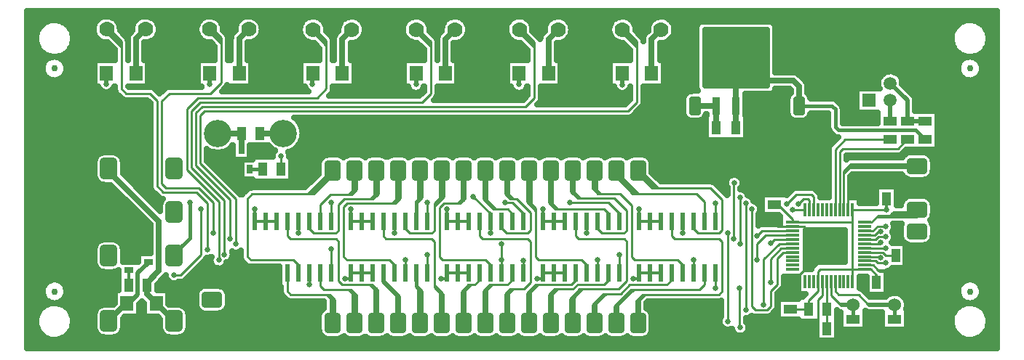
<source format=gbr>
G04 DipTrace 4.1.0.0*
G04 2 - Bottom.gbr*
%MOIN*%
G04 #@! TF.FileFunction,Copper,L2,Bot*
G04 #@! TF.Part,Single*
%AMOUTLINE0*
4,1,40,
-0.027558,-0.029529,
-0.02756,0.029527,
-0.02735,0.031919,
-0.02673,0.034239,
-0.025714,0.036416,
-0.024336,0.038384,
-0.022638,0.040082,
-0.020671,0.04146,
-0.018494,0.042476,
-0.016173,0.043097,
-0.013781,0.043307,
0.013778,0.043308,
0.01617,0.043098,
0.018491,0.042477,
0.020668,0.041461,
0.022635,0.040084,
0.024333,0.038385,
0.025711,0.036418,
0.026727,0.034241,
0.027348,0.031921,
0.027558,0.029529,
0.02756,-0.029527,
0.02735,-0.031919,
0.02673,-0.034239,
0.025714,-0.036416,
0.024336,-0.038384,
0.022638,-0.040082,
0.020671,-0.04146,
0.018494,-0.042476,
0.016173,-0.043097,
0.013781,-0.043307,
-0.013778,-0.043308,
-0.01617,-0.043098,
-0.018491,-0.042477,
-0.020668,-0.041461,
-0.022635,-0.040084,
-0.024333,-0.038385,
-0.025711,-0.036418,
-0.026727,-0.034241,
-0.027348,-0.031921,
-0.027558,-0.029529,
0*%
%AMOUTLINE3*
4,1,28,
0.01875,-0.0475,
-0.01875,-0.0475,
-0.023603,-0.046861,
-0.028125,-0.044988,
-0.032008,-0.042008,
-0.034988,-0.038125,
-0.036861,-0.033603,
-0.0375,-0.02875,
-0.0375,0.02875,
-0.036861,0.033603,
-0.034988,0.038125,
-0.032008,0.042008,
-0.028125,0.044988,
-0.023603,0.046861,
-0.01875,0.0475,
0.01875,0.0475,
0.023603,0.046861,
0.028125,0.044988,
0.032008,0.042008,
0.034988,0.038125,
0.036861,0.033603,
0.0375,0.02875,
0.0375,-0.02875,
0.036861,-0.033603,
0.034988,-0.038125,
0.032008,-0.042008,
0.028125,-0.044988,
0.023603,-0.046861,
0.01875,-0.0475,
0*%
%AMOUTLINE6*
4,1,28,
0.0475,0.01875,
0.0475,-0.01875,
0.046861,-0.023603,
0.044988,-0.028125,
0.042008,-0.032008,
0.038125,-0.034988,
0.033603,-0.036861,
0.02875,-0.0375,
-0.02875,-0.0375,
-0.033603,-0.036861,
-0.038125,-0.034988,
-0.042008,-0.032008,
-0.044988,-0.028125,
-0.046861,-0.023603,
-0.0475,-0.01875,
-0.0475,0.01875,
-0.046861,0.023603,
-0.044988,0.028125,
-0.042008,0.032008,
-0.038125,0.034988,
-0.033603,0.036861,
-0.02875,0.0375,
0.02875,0.0375,
0.033603,0.036861,
0.038125,0.034988,
0.042008,0.032008,
0.044988,0.028125,
0.046861,0.023603,
0.0475,0.01875,
0*%
%AMOUTLINE9*
4,1,28,
-0.047499,-0.018752,
-0.047501,0.018748,
-0.046862,0.023601,
-0.044989,0.028124,
-0.042009,0.032007,
-0.038126,0.034987,
-0.033604,0.03686,
-0.028751,0.037499,
0.028749,0.037501,
0.033602,0.036862,
0.038124,0.034989,
0.042007,0.03201,
0.044987,0.028126,
0.04686,0.023604,
0.047499,0.018752,
0.047501,-0.018748,
0.046862,-0.023601,
0.044989,-0.028124,
0.042009,-0.032007,
0.038126,-0.034987,
0.033604,-0.03686,
0.028751,-0.037499,
-0.028749,-0.037501,
-0.033602,-0.036862,
-0.038124,-0.034989,
-0.042007,-0.03201,
-0.044987,-0.028126,
-0.04686,-0.023604,
-0.047499,-0.018752,
0*%
%AMOUTLINE12*
4,1,40,
0.019685,-0.049213,
-0.019685,-0.049213,
-0.023104,-0.048913,
-0.026417,-0.048025,
-0.029528,-0.046575,
-0.032339,-0.044608,
-0.034765,-0.042181,
-0.036732,-0.03937,
-0.038182,-0.03626,
-0.039071,-0.032946,
-0.03937,-0.029528,
-0.03937,0.029528,
-0.039071,0.032946,
-0.038182,0.03626,
-0.036732,0.03937,
-0.034765,0.042181,
-0.032339,0.044608,
-0.029528,0.046575,
-0.026417,0.048025,
-0.023104,0.048913,
-0.019685,0.049213,
0.019685,0.049213,
0.023104,0.048913,
0.026417,0.048025,
0.029528,0.046575,
0.032339,0.044608,
0.034765,0.042181,
0.036732,0.03937,
0.038182,0.03626,
0.039071,0.032946,
0.03937,0.029528,
0.03937,-0.029528,
0.039071,-0.032946,
0.038182,-0.03626,
0.036732,-0.03937,
0.034765,-0.042181,
0.032339,-0.044608,
0.029528,-0.046575,
0.026417,-0.048025,
0.023104,-0.048913,
0.019685,-0.049213,
0*%
G04 #@! TA.AperFunction,CopperBalancing*
%ADD16C,0.025*%
G04 #@! TA.AperFunction,Conductor*
%ADD17C,0.01*%
%ADD18C,0.012*%
%ADD19C,0.015*%
%ADD20C,0.02*%
G04 #@! TA.AperFunction,ComponentPad*
%ADD22C,0.125984*%
%ADD24R,0.062X0.042*%
%ADD25R,0.042X0.062*%
G04 #@! TA.AperFunction,ComponentPad*
%ADD26C,0.07*%
%ADD27C,0.08*%
%ADD29R,0.059055X0.070866*%
%ADD30C,0.029528*%
G04 #@! TA.AperFunction,ComponentPad*
%ADD32C,0.059055*%
%ADD33R,0.059055X0.059055*%
%ADD34C,0.129921*%
%ADD35R,0.04X0.026*%
%ADD36R,0.026X0.04*%
%ADD37R,0.023622X0.07874*%
%ADD38R,0.037402X0.084646*%
%ADD39R,0.127953X0.084646*%
%ADD40R,0.011811X0.062992*%
%ADD41R,0.062992X0.011811*%
G04 #@! TA.AperFunction,ComponentPad*
%ADD42C,0.06*%
%ADD92OUTLINE0*%
%ADD95OUTLINE3*%
%ADD98OUTLINE6*%
%ADD101OUTLINE9*%
%ADD104OUTLINE12*%
%FSLAX26Y26*%
G04*
G70*
G90*
G75*
G01*
G04 Bottom*
%LPD*%
X3483787Y1540822D2*
D16*
X3582213D1*
Y1541214D1*
X799740Y1241866D2*
Y1252877D1*
X799743D1*
X1490803Y1414984D2*
X1598795D1*
X1598803Y1414976D1*
X1099743Y552877D2*
X1097264D1*
X1017262Y632878D1*
X974466Y717879D2*
Y675675D1*
X1017262Y632878D1*
X799743Y1252877D2*
Y1241340D1*
X1029925Y1011157D1*
Y782657D1*
X974466Y727198D1*
Y717879D1*
X3582213Y1541214D2*
Y1440234D1*
X3582041Y1440062D1*
X3672764Y1541214D2*
Y1656534D1*
Y1769560D1*
X4048409Y732563D2*
D17*
Y690406D1*
X4003909Y645906D1*
Y607169D1*
X4205890Y732563D2*
Y789650D1*
X4058252D1*
X4048409Y779807D1*
Y732563D1*
X4262976Y789650D2*
X4205890D1*
X3961178Y1541113D2*
D16*
Y1630177D1*
X3934822Y1656534D1*
X3672764D1*
X4205890Y789650D2*
D17*
Y1006185D1*
X3932268D1*
X4360870Y1063240D2*
D18*
Y1114454D1*
X4361079D1*
X3961178Y1541113D2*
D19*
X4112490D1*
X4127803Y1525799D1*
Y1443799D1*
X4142583Y1429020D1*
X4495260D1*
X4537428Y1386852D1*
X4538961D1*
X4262976Y789650D2*
D17*
X4291953D1*
X4316449Y765154D1*
Y729266D1*
X3932268Y1006185D2*
Y1020315D1*
X3865925Y1086657D1*
X3848921D1*
X4003909Y607169D2*
X3922290D1*
X4205890Y1063272D2*
X4360870D1*
D18*
Y1063240D1*
X4205890Y1063272D2*
D17*
Y1006185D1*
X3672764Y1541214D2*
D16*
Y1440178D1*
X3672883Y1440059D1*
X4068094Y732563D2*
D17*
Y669167D1*
X4047925Y648997D1*
Y518585D1*
X4003909D1*
X4262976Y809335D2*
X4302268D1*
X4322976Y788626D1*
X4363803D1*
X4397819Y754610D1*
Y729266D1*
X4400449D1*
D18*
Y739480D1*
X4360122Y779807D1*
X4331795D1*
X4322976Y788626D1*
X4501164Y1164453D2*
D17*
X4277079D1*
X4215720D1*
X4186205Y1134937D1*
Y1063272D1*
X4277079Y1114451D2*
D18*
Y1164453D1*
X1467862Y775516D2*
Y747375D1*
X1440433D1*
X1907862Y775516D2*
Y747375D1*
X1880433D1*
X2320433D2*
X2347862D1*
Y775516D1*
X2760433Y747375D2*
X2787862D1*
Y775516D1*
X3200433Y747375D2*
X3227862D1*
Y775516D1*
X1467862D2*
X1517862D1*
X1567862D1*
X1907862D2*
X1957862D1*
X2007862D1*
X2347862D2*
X2397862D1*
X2447862D1*
X2787862D2*
X2837862D1*
X2887862D1*
X3227862D2*
X3277862D1*
X3327862D1*
X3932268Y986500D2*
D17*
X3865087D1*
X3848929Y1002657D1*
X3922280Y691169D2*
Y722512D1*
X3999197Y799429D1*
Y970752D1*
X3983449Y986500D1*
X3932268D1*
X4262976Y848705D2*
X4333843D1*
Y842783D1*
X3635846Y955957D2*
Y550744D1*
X3427862Y1011736D2*
Y956377D1*
X3428433D1*
X4262976Y829020D2*
X4310720D1*
X4320563Y819177D1*
X4358449D1*
X3689857Y702815D2*
Y523138D1*
X3690388D1*
X3577862Y775516D2*
Y702446D1*
X3577933Y702375D1*
X3932268Y947130D2*
X3809898D1*
X3768661Y905894D1*
Y833622D1*
X3477425Y833657D2*
Y775516D1*
X3477862D1*
X3932268Y966815D2*
X3791134D1*
X3768835Y944516D1*
X2987862Y1011736D2*
Y956806D1*
X2987433Y956377D1*
X3932177Y1065240D2*
X3987386D1*
X3989354Y1063272D1*
X3137862Y775516D2*
Y856806D1*
X3137933Y856877D1*
X4009039Y1063272D2*
Y1106579D1*
X4001165Y1114453D1*
X3982760D1*
X3959433Y1091126D1*
X3039433Y829877D2*
X3037933D1*
Y832377D1*
X3037862Y775516D2*
Y832377D1*
X3037933D1*
X2206675Y1639072D2*
D20*
Y1689387D1*
X2207163D1*
X2679115Y1639072D2*
Y1688875D1*
X2678604Y1689387D1*
X1733235Y1640072D2*
Y1688311D1*
X1734311Y1689387D1*
X4028724Y1063272D2*
D17*
Y1122327D1*
X4016913Y1134138D1*
X3949008D1*
X3905996Y1091126D1*
X3151542Y1638572D2*
D20*
Y1689387D1*
X3151030D1*
X1261803Y1640322D2*
Y1690638D1*
X1262293D1*
X788361Y1641322D2*
Y1689560D1*
X789438Y1690638D1*
X2547862Y1011736D2*
D17*
Y956377D1*
X2547833D1*
X2547862Y1011736D2*
Y1045948D1*
X2469933Y1123877D1*
X882231Y632871D2*
D16*
X879738D1*
X799743Y552877D1*
X981469Y824878D2*
D20*
Y821600D1*
X932803Y772934D1*
Y674799D1*
X890875Y632871D1*
X882231D1*
X890920Y787471D2*
D18*
Y717871D1*
X890466D1*
X1869343Y1689387D2*
D16*
Y1847885D1*
X1912558Y1891100D1*
X2342194Y1689387D2*
Y1848295D1*
X2384999Y1891100D1*
X2813635Y1689387D2*
Y1847295D1*
X2857440Y1891100D1*
X4399315Y627251D2*
D17*
Y624799D1*
X4282142D1*
X4275142Y631799D1*
X4233512Y673429D1*
X4142898D1*
X4127150Y689177D1*
Y732563D1*
X4398819Y560744D2*
D19*
Y627251D1*
X4399315D1*
D17*
Y633799D1*
X4275142D1*
Y631799D1*
X4107465Y732563D2*
Y671138D1*
X4145803Y632799D1*
X4154803Y623799D1*
X4209315D1*
Y627245D1*
X4208887Y560744D2*
D19*
Y627245D1*
X4209315D1*
D17*
Y632799D1*
X4145803D1*
X4087909Y607169D2*
X4087780D1*
Y732563D1*
Y607169D2*
Y518588D1*
X4087909D1*
X4458961Y1386852D2*
X4455856D1*
X4414161Y1345157D1*
X4162972D1*
X4146835Y1329020D1*
Y1063272D1*
X4378961Y1386852D2*
X4173171D1*
X4127150Y1340831D1*
Y1063272D1*
X1407528Y1340260D2*
D16*
Y1414984D1*
X1406803D1*
X1298803Y1414992D2*
X1406803D1*
Y1414984D1*
X4458961Y1470852D2*
D20*
X4539944D1*
X4538961D1*
X4379173Y1644899D2*
X4457858Y1566214D1*
Y1481671D1*
X4458961Y1480568D1*
Y1470852D1*
X4379173Y1566159D2*
Y1470852D1*
X4378961D1*
X3286062Y1689387D2*
D16*
Y1847297D1*
X3329865Y1891100D1*
X4262976Y868390D2*
D17*
X4344669D1*
X4359433Y853626D1*
X4403860D1*
X1444929Y1249709D2*
D19*
X1503803D1*
Y1250983D1*
X1587803Y1250986D2*
D17*
Y1310535D1*
X1587925Y1310657D1*
X3743925Y1067157D2*
Y621157D1*
X3761925Y603157D1*
X3813425D1*
X3831925Y621657D1*
Y691657D1*
X3861425Y721157D1*
Y841157D1*
X3888657Y868390D1*
X3932268D1*
X3223644Y1243626D2*
Y1227938D1*
X3288925Y1162657D1*
X3302417D1*
X3315575D1*
X3555925D1*
X3609453Y1109130D1*
Y969685D1*
X3595925Y956157D1*
X3498925D1*
X3477862Y977220D1*
Y1011736D1*
X3223644Y1243626D2*
Y1241430D1*
X3302417Y1162657D1*
X3223644Y1243626D2*
X3234606D1*
X3315575Y1162657D1*
X2497862Y1011736D2*
Y945220D1*
X2511925Y931157D1*
X2718425D1*
X2732433Y917150D1*
Y729165D1*
X2703067Y699799D1*
X2651192D1*
X2637567D1*
X2623644Y685877D1*
Y543626D1*
X2614425D1*
Y676657D1*
X2623644Y685877D1*
Y543626D2*
X2631425D1*
Y680033D1*
X2651192Y699799D1*
X2647862Y775516D2*
Y741594D1*
X2625925Y719657D1*
X2556202D1*
X2543425D1*
X2523644Y699877D1*
Y543626D1*
X2513925D1*
Y690157D1*
X2523644Y699877D1*
Y543626D2*
X2532925D1*
Y696381D1*
X2556202Y719657D1*
X924470Y1690638D2*
D16*
Y1849135D1*
X967685Y1892350D1*
X1397324Y1690638D2*
Y1849549D1*
X1440126Y1892350D1*
X3123644Y1243626D2*
D17*
Y1214438D1*
X3199925Y1138157D1*
X3213073D1*
X3225060D1*
X3491425D1*
X3527933Y1101650D1*
Y1011807D1*
X3527862Y1011736D1*
X3123644Y1243626D2*
Y1227587D1*
X3213073Y1138157D1*
X3123644Y1243626D2*
Y1239573D1*
X3225060Y1138157D1*
X3023644Y1243626D2*
Y1152438D1*
X3038925Y1137157D1*
X3051549D1*
X3142425D1*
X3195433Y1084150D1*
Y847150D1*
X3209957Y832626D1*
X3405457D1*
X3427862Y810220D1*
Y775516D1*
X3023644Y1243626D2*
X3013925D1*
Y1162157D1*
X3023644Y1152438D1*
Y1243626D2*
X3033425D1*
Y1155281D1*
X3051549Y1137157D1*
X3037862Y1011736D2*
Y978220D1*
X3059925Y956157D1*
X3159925D1*
X3171933Y968165D1*
Y1059650D1*
X3114925Y1116657D1*
X2960743D1*
X2947016D1*
X2925803Y1137870D1*
Y1243626D1*
X2923644D1*
X2916425D1*
Y1147248D1*
X2925803Y1137870D1*
X2923644Y1243626D2*
X2932925D1*
Y1144475D1*
X2960743Y1116657D1*
X2823644Y1243626D2*
Y1086938D1*
X2843425Y1067157D1*
X2855937D1*
X3066650D1*
X3087862Y1045945D1*
Y1011736D1*
X2823644Y1243626D2*
X2831925D1*
Y1091169D1*
X2855937Y1067157D1*
X2823644Y1243626D2*
X2813425D1*
Y1097157D1*
X2823644Y1086938D1*
X2723644Y1243626D2*
Y1089938D1*
X2754933Y1058650D1*
Y847150D1*
X2769425Y832657D1*
X2964925D1*
X2987862Y809720D1*
Y775516D1*
X2723644Y1243626D2*
X2713925D1*
Y1099657D1*
X2723644Y1089938D1*
Y1243626D2*
X2733425D1*
Y1091157D1*
X2754933Y1069650D1*
Y1058650D1*
X2597862Y1011736D2*
Y979220D1*
X2620425Y956657D1*
X2719425D1*
X2732182Y969415D1*
Y1051400D1*
X2669425Y1114157D1*
X2650407D1*
X2637925D1*
X2623644Y1128438D1*
Y1243626D1*
X2613925D1*
Y1138157D1*
X2623644Y1128438D1*
Y1243626D2*
X2631925D1*
Y1132639D1*
X2650407Y1114157D1*
X2647862Y1011736D2*
Y1045445D1*
X2626650Y1066657D1*
X2572425D1*
X2560925D1*
X2523644Y1103938D1*
Y1243626D1*
X2513925D1*
Y1113657D1*
X2523644Y1103938D1*
Y1243626D2*
X2530925D1*
Y1108157D1*
X2572425Y1066657D1*
X2547862Y775516D2*
Y810220D1*
X2524925Y833157D1*
X2329425D1*
X2314433Y848150D1*
Y1072445D1*
X2335646Y1093657D1*
X2395160D1*
X2408425D1*
X2423644Y1108877D1*
Y1243626D1*
X2413425D1*
Y1111923D1*
X2395160Y1093657D1*
X2423644Y1243626D2*
X2432925D1*
Y1118157D1*
X2423644Y1108877D1*
X2157862Y1011736D2*
Y976720D1*
X2178425Y956157D1*
X2279925D1*
X2291684Y967916D1*
Y1080916D1*
X2323803Y1113035D1*
Y1243626D1*
X2325219D1*
X2333425D1*
Y1122657D1*
X2323803Y1113035D1*
X2325219Y1243626D2*
X2315925D1*
Y1118657D1*
X2291684Y1094416D1*
Y1080916D1*
X2207862Y1011736D2*
X2211925D1*
Y1098157D1*
X2225219Y1111451D1*
Y1243626D1*
X2234425D1*
Y1120657D1*
X2225219Y1111451D1*
Y1243626D2*
X2215925D1*
Y1113157D1*
X2203925Y1101157D1*
Y1015673D1*
X2207862Y1011736D1*
X2107862Y775516D2*
Y809220D1*
X2084176Y832907D1*
X1890176D1*
X1875682Y847400D1*
Y1077415D1*
X1891925Y1093657D1*
X2097908D1*
X2110395D1*
X2123642Y1106904D1*
Y1243626D1*
X2114425D1*
Y1110175D1*
X2097908Y1093657D1*
X2123642Y1243626D2*
X2133425D1*
Y1116688D1*
X2123642Y1106904D1*
X2023642Y1243626D2*
Y1127374D1*
X2009925Y1113657D1*
X1997339D1*
X1878925D1*
X1851803Y1086535D1*
Y968535D1*
X1839301Y956033D1*
X1739050D1*
X1717933Y977150D1*
Y1011665D1*
X1717862Y1011736D1*
X2023642Y1243626D2*
X2033425D1*
Y1137157D1*
X2023642Y1127374D1*
Y1243626D2*
X2014425D1*
Y1130744D1*
X1997339Y1113657D1*
X1767862Y1011736D2*
Y1087594D1*
X1814925Y1134657D1*
X1899186D1*
X1910925D1*
X1925222Y1148954D1*
Y1243626D1*
X1916425D1*
Y1151896D1*
X1899186Y1134657D1*
X1925222Y1243626D2*
X1934925D1*
Y1158657D1*
X1925222Y1148954D1*
X1667862Y775516D2*
Y809220D1*
X1644050Y833033D1*
X1450050D1*
X1434433Y848650D1*
Y1115429D1*
X1454803Y1135799D1*
X1711975D1*
X1724803D1*
X1825222Y1236218D1*
Y1243626D1*
Y1222954D1*
X1738067Y1135799D1*
X1724803D1*
X1825222Y1243626D2*
X1819802D1*
X1711975Y1135799D1*
X3223644Y543626D2*
Y655377D1*
X3243425Y675157D1*
X3256461D1*
X3595161D1*
X3609303Y689299D1*
Y918280D1*
X3596425Y931157D1*
X3391925D1*
X3377862Y945220D1*
Y1011736D1*
X3223644Y543626D2*
X3214425D1*
Y646157D1*
X3223644Y655377D1*
Y543626D2*
X3232425D1*
Y651122D1*
X3256461Y675157D1*
X2937862Y1011736D2*
Y943220D1*
X2950425Y930657D1*
X3160425D1*
X3172433Y918650D1*
Y737665D1*
X3133925Y699157D1*
X2968878D1*
X2956425D1*
X2921803Y664535D1*
Y543626D1*
X2923644D1*
X2912425D1*
Y655157D1*
X2921803Y664535D1*
X2923644Y543626D2*
X2930425D1*
Y660705D1*
X2968878Y699157D1*
X3123644Y543626D2*
Y629377D1*
X3192925Y698657D1*
X3205268D1*
X3505925D1*
X3527862Y720594D1*
Y775516D1*
X3123644Y543626D2*
X3114425D1*
Y620157D1*
X3123644Y629377D1*
Y543626D2*
X3132925D1*
Y626315D1*
X3205268Y698657D1*
X3377862Y775516D2*
Y741594D1*
X3355925Y719657D1*
X3184425D1*
X3143425Y678657D1*
X3076867D1*
X3064161D1*
X3023644Y638140D1*
Y543626D1*
X3014425D1*
Y628921D1*
X3023644Y638140D1*
Y543626D2*
X3032925D1*
Y634715D1*
X3076867Y678657D1*
X3087862Y775516D2*
Y740870D1*
X3066650Y719657D1*
X2946925D1*
X2926425Y699157D1*
X2853579D1*
X2840425D1*
X2823644Y682377D1*
Y543626D1*
X2813925D1*
Y672657D1*
X2823644Y682377D1*
Y543626D2*
X2832925D1*
Y678504D1*
X2853579Y699157D1*
X2937862Y775516D2*
Y740870D1*
X2916650Y719657D1*
X2766537D1*
X2753425D1*
X2723644Y689877D1*
Y543626D1*
X2714425D1*
Y680657D1*
X2723644Y689877D1*
Y543626D2*
X2732925D1*
Y686046D1*
X2766537Y719657D1*
X4501160Y1264453D2*
X4188720D1*
X4166520Y1242252D1*
Y1230541D1*
Y1063272D1*
X4501160Y1264453D2*
X4462130D1*
X4453425Y1273157D1*
X4197425D1*
X4188720Y1264453D1*
X4501160D2*
X4465720D1*
X4458425Y1257157D1*
X4193136D1*
X4166520Y1230541D1*
X4501167Y1064453D2*
X4499720D1*
X4472425Y1037157D1*
X4377253D1*
X4322661D1*
X4317661Y1032157D1*
X4291689Y1006185D1*
X4262976D1*
X4501167Y1064453D2*
X4486220D1*
X4467425Y1045657D1*
X4385753D1*
X4377253Y1037157D1*
X4501167Y1064453D2*
Y1032157D1*
X4317661D1*
X4501167Y1064453D2*
X4465220D1*
X4455925Y1055157D1*
X4395253D1*
X4385753Y1045657D1*
X2423644Y543626D2*
Y697877D1*
X2444925Y719157D1*
X2458495D1*
X2475925D1*
X2497862Y741094D1*
Y775516D1*
X2423644Y543626D2*
X2413925D1*
Y688157D1*
X2423644Y697877D1*
Y543626D2*
X2432925D1*
Y693588D1*
X2458495Y719157D1*
X2057862Y1011736D2*
Y942720D1*
X2069550Y931033D1*
X2278550D1*
X2291433Y918150D1*
Y716650D1*
X2323803Y684280D1*
Y543626D1*
X2325219D1*
X2332925D1*
Y675157D1*
X2323803Y684280D1*
X2325219Y543626D2*
X2314925D1*
Y683157D1*
X2291433Y706650D1*
Y716650D1*
X2225219Y543626D2*
Y699364D1*
X2211925Y712657D1*
Y775516D1*
X2207862D1*
X2225219Y543626D2*
X2215425D1*
Y699157D1*
X2203925Y710657D1*
Y771579D1*
X2207862Y775516D1*
X2225219Y543626D2*
X2234425D1*
Y690157D1*
X2225219Y699364D1*
X2057862Y775516D2*
Y741220D1*
X2123642Y675441D1*
Y543626D1*
X2113925D1*
Y672157D1*
X2050925Y735157D1*
Y775516D1*
X2057862D1*
X2123642Y543626D2*
X2130925D1*
Y668157D1*
X2123642Y675441D1*
X2023642Y546287D2*
Y543626D1*
Y702441D1*
X2006425Y719657D1*
X1995255D1*
X1869925D1*
X1852552Y737030D1*
Y918030D1*
X1840050Y930533D1*
X1631550D1*
X1618433Y943650D1*
Y1011165D1*
X1617862Y1011736D1*
X2023642Y543626D2*
X2014925D1*
Y699987D1*
X1995255Y719657D1*
X2023642Y543626D2*
X2032925D1*
Y693157D1*
X2023642Y702441D1*
X1925222Y552207D2*
Y543626D1*
X1767862Y775516D2*
Y714720D1*
X1784925Y697657D1*
X1896925D1*
X1908425D1*
X1925222Y680861D1*
Y543626D1*
X1933425D1*
Y672657D1*
X1925222Y680861D1*
Y543626D2*
X1916425D1*
Y678157D1*
X1896925Y697657D1*
X1825222Y543626D2*
Y660861D1*
X1810925Y675157D1*
X1797669D1*
X1632425D1*
X1617862Y689720D1*
Y775516D1*
X1825222Y543626D2*
X1834425D1*
Y651657D1*
X1825222Y660861D1*
Y543626D2*
X1815925D1*
Y656902D1*
X1797669Y675157D1*
X2699433Y829877D2*
X2697433D1*
X3932268Y888075D2*
X3879843D1*
X3830634Y838866D1*
Y730858D1*
X2697862Y775516D2*
Y829448D1*
X2697433Y829877D1*
X2599433D2*
Y832377D1*
X2597933D1*
Y906126D1*
X3932268Y907760D2*
X3870528D1*
X3799768Y837000D1*
Y628953D1*
X1380803Y905799D2*
Y1113780D1*
X1218803Y1275780D1*
Y1498799D1*
X1236803Y1516799D1*
X3177803D1*
X3218803Y1557799D1*
Y1811301D1*
Y1824996D1*
X3152699Y1891100D1*
Y1877404D1*
X3218803Y1811301D1*
X3152699Y1891100D2*
X3164503D1*
X3218803Y1836799D1*
Y1824996D1*
X2597862Y775516D2*
Y832377D1*
X2597933D1*
X3932268Y927445D2*
X3849449D1*
X3831803Y909799D1*
X1354803Y930799D2*
Y1110780D1*
X1199803Y1265780D1*
Y1510799D1*
X1226803Y1537799D1*
X2709803D1*
X2748803Y1576799D1*
Y1809820D1*
Y1822571D1*
X2680274Y1891100D1*
Y1878349D1*
X2748803Y1809820D1*
X2680274Y1891100D2*
X2691503D1*
X2748803Y1833799D1*
Y1822571D1*
X2107862Y1011736D2*
Y956448D1*
X2107933Y956377D1*
X4262976Y966815D2*
X4299319D1*
X4320925Y988421D1*
X4358449D1*
X3690185Y905744D2*
Y1119533D1*
X1329803Y858236D2*
Y1105780D1*
X1178803Y1256780D1*
Y1518799D1*
X1217803Y1557799D1*
X2235591D1*
X2273803Y1596012D1*
Y1812799D1*
Y1825130D1*
X2207833Y1891100D1*
Y1878769D1*
X2273803Y1812799D1*
X2207833Y1891100D2*
X2218503D1*
X2273803Y1835799D1*
Y1825130D1*
X2257862Y775516D2*
Y857555D1*
X2257933Y857626D1*
X4262976Y947130D2*
X4307134D1*
X4324819Y964815D1*
X4333843D1*
X3717104Y1093848D2*
Y603394D1*
X3716760D1*
X1303803Y832799D2*
Y1101780D1*
X1157803Y1247780D1*
Y1526799D1*
X1208803Y1577799D1*
X1754591D1*
X1795803Y1619012D1*
Y1818004D1*
Y1830689D1*
X1735392Y1891100D1*
X1734803Y1891799D2*
Y1879004D1*
X1795803Y1818004D1*
X1735392Y1891100D2*
Y1892799D1*
X1743803D1*
X1795803Y1840799D1*
Y1830689D1*
X2157862Y775516D2*
Y832806D1*
X2157933Y832877D1*
X4262976Y927445D2*
X4312449D1*
X4325213Y940209D1*
X4358449D1*
X1278803Y955799D2*
Y1096780D1*
X1211783Y1163799D1*
X1062803D1*
X1042803Y1183799D1*
Y1563799D1*
X1077803Y1598799D1*
X1265803D1*
X1314803Y1647799D1*
Y1827618D1*
Y1840508D1*
X1262961Y1892350D1*
X1260803Y1892799D2*
Y1881618D1*
X1314803Y1827618D1*
X1262961Y1892350D2*
Y1893799D1*
X1273803D1*
X1314803Y1852799D1*
Y1840508D1*
X1667862Y1011736D2*
Y956448D1*
X1667933Y956377D1*
X4262976Y907760D2*
X4333843D1*
Y913602D1*
X3663266Y930350D2*
Y1186348D1*
X3664266D1*
X790520Y1892350D2*
X856803Y1826067D1*
Y1812016D1*
Y1620012D1*
X878016Y1598799D1*
X987591D1*
X1020803Y1565587D1*
Y1172799D1*
X1049803Y1143799D1*
X1201783D1*
X1252803Y1092780D1*
Y881799D1*
X790520Y1892350D2*
X802252D1*
X856803Y1837799D1*
Y1826067D1*
X790520Y1892350D2*
Y1878299D1*
X856803Y1812016D1*
X1817862Y775516D2*
Y882375D1*
X1817433D1*
X1719433Y723877D2*
X1717933D1*
Y719377D1*
X4262976Y888075D2*
X4358449D1*
X1717862Y775516D2*
Y719448D1*
X1717933Y719377D1*
X1222433Y1065877D2*
Y857165D1*
X1129067Y763799D1*
X1098803D1*
X1468433Y1065877D2*
D18*
Y1012307D1*
X1467862Y1011736D1*
X2347433Y1065877D2*
Y1012165D1*
X2347862Y1011736D1*
X2787433Y1065877D2*
Y1012165D1*
X2787862Y1011736D1*
X3227433Y1065877D2*
Y1012165D1*
X3227862Y1011736D1*
X3277862D1*
X3327862D1*
X2787862D2*
X2837862D1*
X2887862D1*
X2347862D2*
X2397862D1*
X2447862D1*
X1907862D2*
X1957862D1*
X2007862D1*
X1467862D2*
X1517862D1*
X1567862D1*
X1907433Y1066377D2*
Y1012165D1*
X1907862Y1011736D1*
X1170433Y1095877D2*
D19*
Y934165D1*
X1099743Y863475D1*
Y852877D1*
X1817862Y1011736D2*
D17*
Y1095806D1*
X1817933Y1095877D1*
X2257862Y1011736D2*
Y1095877D1*
X2257933D1*
X3577862Y1011736D2*
Y1094306D1*
X3578433Y1094877D1*
X3137862Y1011736D2*
Y1046220D1*
X3088206Y1095877D1*
X2912933D1*
X2697862Y1011736D2*
Y1046720D1*
X2648706Y1095877D1*
X2614933D1*
D16*
X3635846Y550744D3*
X1261803Y1640322D3*
X3716760Y603394D3*
X788361Y1641322D3*
X1170433Y1095877D3*
X1222433Y1065877D3*
X1098803Y763799D3*
X1252803Y881799D3*
X1278803Y955799D3*
X1303803Y832799D3*
X1329803Y858236D3*
X1354803Y930799D3*
X1380803Y905799D3*
X3743925Y1067157D3*
X1587925Y1310657D3*
X2206675Y1639072D3*
X3799768Y628953D3*
X3768835Y944516D3*
X3830634Y730858D3*
X4358449Y988421D3*
X3768661Y833622D3*
X3831803Y909799D3*
X4333843Y913602D3*
X4358449Y888075D3*
X4333843Y964815D3*
X4358449Y940209D3*
X4333843Y842783D3*
X4358449Y819177D3*
X3932177Y1065240D3*
X3905996Y1091126D3*
X3959433D3*
X3664266Y1186348D3*
X3635846Y955957D3*
X3690185Y905744D3*
X3663266Y930350D3*
X3690185Y1119533D3*
X3717104Y1093848D3*
X3689857Y702815D3*
X3690388Y523138D3*
X2679115Y1639072D3*
X1733235Y1640072D3*
X4360870Y1063240D3*
X3151542Y1638572D3*
X3227433Y1065877D3*
X2787433D3*
X3578433Y1094877D3*
X3200433Y747375D3*
X3428433Y956377D3*
X3577933Y702375D3*
X3477425Y833657D3*
X2912933Y1095877D3*
X2760433Y747375D3*
X2987433Y956377D3*
X3137933Y856877D3*
X3037933Y832377D3*
X2347433Y1065877D3*
X2614933Y1095877D3*
X2320433Y747375D3*
X2547833Y956377D3*
X2697433Y829877D3*
X2597933Y832377D3*
X1907433Y1066377D3*
X2257933Y1095877D3*
X1880433Y747375D3*
X2107933Y956377D3*
X2257933Y857626D3*
X2157933Y832877D3*
X1468433Y1065877D3*
X1817933Y1095877D3*
X1440433Y747375D3*
X1667933Y956377D3*
X1817433Y882375D3*
X1717933Y719377D3*
X2469933Y1123877D3*
X2597933Y906126D3*
X3532773Y1864869D2*
X3812765D1*
X3532773Y1840000D2*
X3812765D1*
X3532773Y1815131D2*
X3812765D1*
X3532773Y1790262D2*
X3812765D1*
X3532773Y1765394D2*
X3812765D1*
X3532773Y1740525D2*
X3812765D1*
X3532773Y1715656D2*
X3812765D1*
X3532773Y1690787D2*
X3812765D1*
X3532773Y1665919D2*
X3812765D1*
X3532773Y1641050D2*
X3812765D1*
X3815264Y1889738D2*
X3530272D1*
X3530264Y1791854D1*
Y1634744D1*
X3683050Y1634738D1*
X3815256D1*
X3815264Y1732621D1*
Y1889731D1*
X428395Y1950820D2*
X775007D1*
X806022D2*
X952167D1*
X983201D2*
X1247457D1*
X1278474D2*
X1424617D1*
X1455634D2*
X1728252D1*
X1742528D2*
X1905429D1*
X1919688D2*
X2200702D1*
X2214961D2*
X2377864D1*
X2392139D2*
X2673136D1*
X2687412D2*
X2850314D1*
X2864572D2*
X3145570D1*
X3159827D2*
X3322730D1*
X3337005D2*
X4866898D1*
X428395Y1925951D2*
X512083D1*
X590286D2*
X738440D1*
X842606D2*
X915600D1*
X1019766D2*
X1210873D1*
X1315058D2*
X1388034D1*
X1492218D2*
X1684168D1*
X1786612D2*
X1861346D1*
X1963772D2*
X2156619D1*
X2259045D2*
X2333780D1*
X2436223D2*
X2629052D1*
X2731496D2*
X2806231D1*
X2908656D2*
X3101486D1*
X3203911D2*
X3278646D1*
X3381089D2*
X3507676D1*
X3837860D2*
X4704988D1*
X4783192D2*
X4866898D1*
X428395Y1901083D2*
X481760D1*
X620609D2*
X728751D1*
X852277D2*
X905929D1*
X1029437D2*
X1201202D1*
X1324728D2*
X1378362D1*
X1501888D2*
X1673833D1*
X1796946D2*
X1850993D1*
X1974125D2*
X2146266D1*
X2269398D2*
X2323445D1*
X2446558D2*
X2618718D1*
X2741831D2*
X2795878D1*
X2919008D2*
X3091133D1*
X3214264D2*
X3268311D1*
X3391424D2*
X3490362D1*
X3855155D2*
X4674667D1*
X4813514D2*
X4866898D1*
X428395Y1876214D2*
X468789D1*
X633563D2*
X730331D1*
X863168D2*
X896151D1*
X1027877D2*
X1202781D1*
X1336175D2*
X1368602D1*
X1500310D2*
X1674874D1*
X1805181D2*
X1842273D1*
X1973084D2*
X2147307D1*
X2278171D2*
X2314724D1*
X2445517D2*
X2619759D1*
X2751178D2*
X2787157D1*
X2917969D2*
X3092173D1*
X3224168D2*
X3259591D1*
X3390383D2*
X3490362D1*
X3855155D2*
X4661711D1*
X4826487D2*
X4866898D1*
X428395Y1851345D2*
X464734D1*
X637635D2*
X744361D1*
X1013845D2*
X1216794D1*
X1486297D2*
X1688079D1*
X1959860D2*
X2160530D1*
X2432311D2*
X2632963D1*
X2904744D2*
X3105396D1*
X3377177D2*
X3490362D1*
X3855155D2*
X4657639D1*
X4830541D2*
X4866898D1*
X428395Y1826476D2*
X468197D1*
X634155D2*
X797559D1*
X964361D2*
X1271159D1*
X1437224D2*
X1742551D1*
X1909245D2*
X2215344D1*
X2382092D2*
X2687364D1*
X2853538D2*
X3158846D1*
X3325953D2*
X3490362D1*
X3855155D2*
X4661119D1*
X4827079D2*
X4866898D1*
X428395Y1801608D2*
X480361D1*
X622008D2*
X822427D1*
X964361D2*
X1282408D1*
X1437224D2*
X1763400D1*
X1909245D2*
X2240211D1*
X2382092D2*
X2712232D1*
X2853538D2*
X3183714D1*
X3325953D2*
X3490362D1*
X3855155D2*
X4673266D1*
X4814913D2*
X4866898D1*
X428395Y1776739D2*
X508387D1*
X593965D2*
X824400D1*
X964361D2*
X1282408D1*
X1437224D2*
X1763400D1*
X1909245D2*
X2241395D1*
X2382092D2*
X2716394D1*
X2853538D2*
X3186406D1*
X3325953D2*
X3490362D1*
X3855155D2*
X4701310D1*
X4786888D2*
X4866898D1*
X428395Y1751870D2*
X511580D1*
X590789D2*
X824400D1*
X964361D2*
X1282408D1*
X1437224D2*
X1763400D1*
X1909245D2*
X2241395D1*
X2382092D2*
X2716394D1*
X2853538D2*
X3186406D1*
X3325953D2*
X3490362D1*
X3855155D2*
X4704486D1*
X4783694D2*
X4866898D1*
X428395Y1727001D2*
X496617D1*
X605752D2*
X732520D1*
X981406D2*
X1205365D1*
X1454252D2*
X1677386D1*
X1926273D2*
X2150231D1*
X2399118D2*
X2621678D1*
X2870564D2*
X3094112D1*
X3342999D2*
X3490362D1*
X3855155D2*
X4689522D1*
X4798657D2*
X4866898D1*
X428395Y1702133D2*
X495684D1*
X606685D2*
X732520D1*
X981406D2*
X1205365D1*
X1454252D2*
X1677386D1*
X1926273D2*
X2150231D1*
X2399118D2*
X2621678D1*
X2870564D2*
X3094112D1*
X3342999D2*
X3490362D1*
X3855155D2*
X4688589D1*
X4799591D2*
X4866898D1*
X428395Y1677264D2*
X507812D1*
X594556D2*
X732520D1*
X981406D2*
X1205365D1*
X1454252D2*
X1677386D1*
X1926273D2*
X2150231D1*
X2399118D2*
X2621678D1*
X2870564D2*
X3094112D1*
X3342999D2*
X3490362D1*
X3969482D2*
X4332906D1*
X4425427D2*
X4700718D1*
X4787462D2*
X4866898D1*
X428395Y1652395D2*
X732520D1*
X981406D2*
X1205365D1*
X1454252D2*
X1677386D1*
X1926273D2*
X2150231D1*
X2399118D2*
X2621678D1*
X2870564D2*
X3094112D1*
X3342999D2*
X3490362D1*
X3993757D2*
X4322768D1*
X4435581D2*
X4866898D1*
X428395Y1627526D2*
X751089D1*
X998379D2*
X1067013D1*
X1339280D2*
X1695507D1*
X1828201D2*
X2168604D1*
X2306197D2*
X2641038D1*
X2781196D2*
X3113310D1*
X3251206D2*
X3490362D1*
X4001079D2*
X4325100D1*
X4448411D2*
X4866898D1*
X428395Y1602657D2*
X829963D1*
X1823339D2*
X2195643D1*
X2217706D2*
X2235672D1*
X2306197D2*
X2668094D1*
X2690139D2*
X2716394D1*
X2781196D2*
X3138608D1*
X3164474D2*
X3186406D1*
X3251206D2*
X3446297D1*
X3845646D2*
X3921278D1*
X4001079D2*
X4223818D1*
X4473278D2*
X4866898D1*
X428395Y1577789D2*
X854239D1*
X2300007D2*
X2705001D1*
X2781196D2*
X3186406D1*
X3251206D2*
X3429556D1*
X3718867D2*
X3906888D1*
X4015467D2*
X4223818D1*
X4493283D2*
X4866898D1*
X428395Y1552920D2*
X988409D1*
X2769713D2*
X3169146D1*
X3250794D2*
X3428822D1*
X3718867D2*
X3906224D1*
X4149010D2*
X4223818D1*
X4495257D2*
X4866898D1*
X428395Y1528051D2*
X988409D1*
X3233839D2*
X3428822D1*
X3718867D2*
X3906224D1*
X4162629D2*
X4223818D1*
X4495257D2*
X4866898D1*
X428395Y1503182D2*
X988409D1*
X3208971D2*
X3429701D1*
X3718867D2*
X3907157D1*
X4015198D2*
X4092912D1*
X4162701D2*
X4320560D1*
X4597366D2*
X4866898D1*
X428395Y1478314D2*
X988409D1*
X1662236D2*
X3447319D1*
X3520266D2*
X3533639D1*
X3721289D2*
X3925171D1*
X3997185D2*
X4092912D1*
X4162701D2*
X4320560D1*
X4597366D2*
X4866898D1*
X428395Y1453445D2*
X988409D1*
X1680323D2*
X3533639D1*
X3721289D2*
X4092912D1*
X4597366D2*
X4866898D1*
X428395Y1428576D2*
X988409D1*
X1688146D2*
X3533639D1*
X3721289D2*
X4096697D1*
X4597366D2*
X4866898D1*
X428395Y1403707D2*
X988409D1*
X1688469D2*
X3533639D1*
X3721289D2*
X4119861D1*
X4597366D2*
X4866898D1*
X428395Y1378839D2*
X988409D1*
X1681417D2*
X4120381D1*
X4597366D2*
X4866898D1*
X428395Y1353970D2*
X988409D1*
X1447936D2*
X1533042D1*
X1664570D2*
X4097791D1*
X4597366D2*
X4866898D1*
X428395Y1329101D2*
X988409D1*
X1251201D2*
X1277654D1*
X1319955D2*
X1367131D1*
X1447936D2*
X1552886D1*
X1622962D2*
X4094741D1*
X4442885D2*
X4866898D1*
X428395Y1304232D2*
X738692D1*
X860799D2*
X988409D1*
X1251201D2*
X1367131D1*
X1636202D2*
X1774130D1*
X3274728D2*
X4094741D1*
X4179243D2*
X4431659D1*
X4570668D2*
X4866898D1*
X428395Y1279364D2*
X732967D1*
X866505D2*
X988409D1*
X1260010D2*
X1404522D1*
X1636202D2*
X1760888D1*
X3287988D2*
X4094741D1*
X4576068D2*
X4866898D1*
X428395Y1254495D2*
X732967D1*
X866505D2*
X988409D1*
X1284878D2*
X1404522D1*
X1636202D2*
X1760314D1*
X3288543D2*
X4094741D1*
X4576068D2*
X4866898D1*
X428395Y1229626D2*
X732967D1*
X866845D2*
X988409D1*
X1309747D2*
X1404522D1*
X1636202D2*
X1760314D1*
X3293388D2*
X4094741D1*
X4573000D2*
X4866898D1*
X428395Y1204757D2*
X737113D1*
X891714D2*
X988409D1*
X1334614D2*
X1455406D1*
X1636202D2*
X1736146D1*
X3318256D2*
X3629217D1*
X3699328D2*
X4094741D1*
X4198925D2*
X4454786D1*
X4547541D2*
X4866898D1*
X428395Y1179888D2*
X767776D1*
X916581D2*
X988409D1*
X1359482D2*
X1711278D1*
X3583476D2*
X3624928D1*
X3703598D2*
X4094741D1*
X4198925D2*
X4866898D1*
X428395Y1155020D2*
X830663D1*
X941449D2*
X994259D1*
X1384349D2*
X1429247D1*
X3608344D2*
X3630867D1*
X3704496D2*
X3925100D1*
X4040820D2*
X4094741D1*
X4198925D2*
X4312685D1*
X4409476D2*
X4866898D1*
X428395Y1130151D2*
X855549D1*
X966316D2*
X1018660D1*
X3728592D2*
X3790516D1*
X4060089D2*
X4094741D1*
X4198925D2*
X4312685D1*
X4409476D2*
X4866898D1*
X428395Y1105282D2*
X880416D1*
X991185D2*
X1039293D1*
X3755218D2*
X3790516D1*
X4239188D2*
X4312685D1*
X4409476D2*
X4432269D1*
X4570076D2*
X4866898D1*
X428395Y1080413D2*
X905283D1*
X1016052D2*
X1032978D1*
X4576068D2*
X4866898D1*
X428395Y1055545D2*
X930151D1*
X4576068D2*
X4866898D1*
X428395Y1030676D2*
X955018D1*
X3776318D2*
X3873373D1*
X4573395D2*
X4866898D1*
X428395Y1005807D2*
X979887D1*
X3776318D2*
X3873373D1*
X4569753D2*
X4866898D1*
X428395Y980938D2*
X990024D1*
X4397598D2*
X4426276D1*
X4576068D2*
X4866898D1*
X428395Y956070D2*
X990024D1*
X4394818D2*
X4426276D1*
X4576068D2*
X4866898D1*
X428395Y931201D2*
X990024D1*
X4397240D2*
X4428752D1*
X4573592D2*
X4866898D1*
X428395Y906332D2*
X739983D1*
X859508D2*
X990024D1*
X4551273D2*
X4866898D1*
X428395Y881463D2*
X732967D1*
X866505D2*
X990024D1*
X4452268D2*
X4866898D1*
X428395Y856594D2*
X732967D1*
X866505D2*
X934063D1*
X1369673D2*
X1402029D1*
X4452268D2*
X4866898D1*
X428395Y831726D2*
X732967D1*
X866505D2*
X934063D1*
X1241782D2*
X1263909D1*
X1358693D2*
X1407285D1*
X4452268D2*
X4866898D1*
X428395Y806857D2*
X736161D1*
X1216913D2*
X1274370D1*
X1333251D2*
X1433104D1*
X4452268D2*
X4866898D1*
X428395Y781988D2*
X760957D1*
X1192046D2*
X1578651D1*
X4364908D2*
X4866898D1*
X428395Y757119D2*
X842073D1*
X1167178D2*
X1578651D1*
X3893820D2*
X3956050D1*
X4239295D2*
X4268045D1*
X4364854D2*
X4866898D1*
X428395Y732251D2*
X516335D1*
X586034D2*
X842073D1*
X1034909D2*
X1076218D1*
X1121390D2*
X1578651D1*
X3893820D2*
X3956050D1*
X4239295D2*
X4268045D1*
X4364854D2*
X4709240D1*
X4778940D2*
X4866898D1*
X428395Y707382D2*
X497890D1*
X604479D2*
X842073D1*
X1022870D2*
X1219378D1*
X1325678D2*
X1585469D1*
X3890465D2*
X3956050D1*
X4239188D2*
X4268045D1*
X4364854D2*
X4690797D1*
X4797385D2*
X4866898D1*
X428395Y682513D2*
X495038D1*
X607314D2*
X825298D1*
X1074185D2*
X1199570D1*
X1345487D2*
X1586348D1*
X3867571D2*
X3956050D1*
X4364854D2*
X4687961D1*
X4800238D2*
X4866898D1*
X428395Y657644D2*
X504672D1*
X597697D2*
X825298D1*
X1074185D2*
X1197633D1*
X1347425D2*
X1605151D1*
X3864324D2*
X3955510D1*
X4447531D2*
X4697579D1*
X4790602D2*
X4866898D1*
X428395Y632776D2*
X528912D1*
X573457D2*
X824257D1*
X942633D2*
X960329D1*
X1074185D2*
X1197633D1*
X1347425D2*
X1783531D1*
X3264824D2*
X3603451D1*
X4456430D2*
X4721818D1*
X4766362D2*
X4866898D1*
X428395Y607907D2*
X486785D1*
X615567D2*
X741077D1*
X939152D2*
X960329D1*
X1158404D2*
X1204970D1*
X1340104D2*
X1778615D1*
X3270243D2*
X3603451D1*
X4453201D2*
X4679707D1*
X4808491D2*
X4866898D1*
X428395Y583038D2*
X471013D1*
X631356D2*
X732986D1*
X939152D2*
X960329D1*
X1166496D2*
X1761642D1*
X3287217D2*
X3603451D1*
X3838092D2*
X3863881D1*
X4136308D2*
X4150488D1*
X4267285D2*
X4340423D1*
X4457220D2*
X4663919D1*
X4824280D2*
X4866898D1*
X428395Y558169D2*
X465021D1*
X637348D2*
X732967D1*
X866505D2*
X1032978D1*
X1166514D2*
X1760314D1*
X3288543D2*
X3596688D1*
X3722259D2*
X3955510D1*
X4136308D2*
X4150488D1*
X4267285D2*
X4340423D1*
X4457220D2*
X4657927D1*
X4830255D2*
X4866898D1*
X428395Y533301D2*
X466654D1*
X635715D2*
X732967D1*
X866505D2*
X1032978D1*
X1166514D2*
X1760314D1*
X3288543D2*
X3600257D1*
X3728879D2*
X4039516D1*
X4136308D2*
X4150488D1*
X4267285D2*
X4340423D1*
X4457220D2*
X4659559D1*
X4828621D2*
X4866898D1*
X428395Y508432D2*
X476432D1*
X625937D2*
X735551D1*
X863940D2*
X1035543D1*
X1163949D2*
X1760798D1*
X3288059D2*
X3653509D1*
X3727282D2*
X4039516D1*
X4136308D2*
X4669337D1*
X4818843D2*
X4866898D1*
X428395Y483563D2*
X498913D1*
X603438D2*
X757567D1*
X841924D2*
X1057558D1*
X1141934D2*
X1773555D1*
X3275303D2*
X4039516D1*
X4136308D2*
X4691837D1*
X4796361D2*
X4866898D1*
X428395Y458694D2*
X4866898D1*
X428395Y433825D2*
X4866898D1*
X2078184Y1306900D2*
X2085993Y1311723D1*
X2094630Y1314803D1*
X2103719Y1316010D1*
X2114266Y1316026D1*
X2142367D1*
X2147307Y1315748D1*
X2156259Y1313765D1*
X2164600Y1309954D1*
X2171966Y1304479D1*
X2178339Y1305752D1*
X2185932Y1310892D1*
X2194430Y1314333D1*
X2203462Y1315923D1*
X2206469Y1316026D1*
X2243945D1*
X2248885Y1315748D1*
X2257836Y1313765D1*
X2266177Y1309954D1*
X2273543Y1304479D1*
X2279768Y1306907D1*
X2287571Y1311723D1*
X2296207Y1314803D1*
X2305297Y1316010D1*
X2315844Y1316026D1*
X2343945D1*
X2348885Y1315748D1*
X2357836Y1313765D1*
X2366177Y1309954D1*
X2373543Y1304479D1*
X2379669Y1308000D1*
X2387668Y1312483D1*
X2396427Y1315197D1*
X2404895Y1316026D1*
X2442370D1*
X2447310Y1315748D1*
X2456261Y1313765D1*
X2464602Y1309954D1*
X2471969Y1304479D1*
X2475819Y1304933D1*
X2483261Y1310289D1*
X2491659Y1313971D1*
X2500650Y1315819D1*
X2505013Y1316026D1*
X2542370D1*
X2547310Y1315748D1*
X2556261Y1313765D1*
X2564602Y1309954D1*
X2571969Y1304479D1*
X2578193Y1306907D1*
X2585996Y1311723D1*
X2594633Y1314803D1*
X2603722Y1316010D1*
X2614269Y1316026D1*
X2642370D1*
X2647310Y1315748D1*
X2656261Y1313765D1*
X2664602Y1309954D1*
X2671969Y1304479D1*
X2678193Y1306907D1*
X2685996Y1311723D1*
X2694633Y1314803D1*
X2703722Y1316010D1*
X2714269Y1316026D1*
X2742370D1*
X2747310Y1315748D1*
X2756261Y1313765D1*
X2764602Y1309954D1*
X2771969Y1304479D1*
X2778193Y1306907D1*
X2785995Y1311723D1*
X2794633Y1314803D1*
X2803722Y1316010D1*
X2814269Y1316026D1*
X2842370D1*
X2847310Y1315748D1*
X2856261Y1313765D1*
X2864602Y1309955D1*
X2871969Y1304480D1*
X2878193Y1306907D1*
X2885996Y1311723D1*
X2894633Y1314803D1*
X2903722Y1316010D1*
X2914269Y1316026D1*
X2942370D1*
X2947310Y1315748D1*
X2956261Y1313765D1*
X2964602Y1309954D1*
X2971969Y1304479D1*
X2978193Y1306907D1*
X2985996Y1311723D1*
X2994633Y1314803D1*
X3003722Y1316010D1*
X3014269Y1316026D1*
X3042370D1*
X3047310Y1315748D1*
X3056261Y1313765D1*
X3064602Y1309954D1*
X3071969Y1304479D1*
X3078193Y1306907D1*
X3085996Y1311723D1*
X3094633Y1314803D1*
X3103722Y1316010D1*
X3114269Y1316026D1*
X3142370D1*
X3147310Y1315748D1*
X3156261Y1313765D1*
X3164602Y1309954D1*
X3171969Y1304479D1*
X3178193Y1306907D1*
X3185996Y1311723D1*
X3194633Y1314803D1*
X3203722Y1316010D1*
X3214269Y1316026D1*
X3242370D1*
X3247310Y1315748D1*
X3256261Y1313765D1*
X3264602Y1309954D1*
X3271962Y1304486D1*
X3278018Y1297601D1*
X3282501Y1289602D1*
X3285215Y1280844D1*
X3286045Y1272375D1*
Y1234471D1*
X3327954Y1192563D1*
X3555904Y1192558D1*
X3556976Y1192539D1*
X3565730Y1190904D1*
X3573613Y1186765D1*
X3577068Y1183801D1*
X3630580Y1130287D1*
X3631331Y1129509D1*
X3633366Y1132407D1*
X3633365Y1165764D1*
X3631081Y1169098D1*
X3627919Y1177542D1*
X3626866Y1186496D1*
X3627990Y1195442D1*
X3631219Y1203860D1*
X3636370Y1211260D1*
X3643143Y1217211D1*
X3651143Y1221370D1*
X3659906Y1223492D1*
X3668921Y1223457D1*
X3677667Y1221265D1*
X3685634Y1217043D1*
X3692358Y1211038D1*
X3697451Y1203597D1*
X3700614Y1195154D1*
X3701667Y1186348D1*
X3700543Y1177253D1*
X3697314Y1168836D1*
X3693163Y1162874D1*
X3693167Y1156814D1*
X3694840Y1156642D1*
X3703585Y1154450D1*
X3711552Y1150228D1*
X3718277Y1144223D1*
X3723370Y1136782D1*
X3725832Y1130211D1*
X3730504Y1128765D1*
X3738471Y1124543D1*
X3745196Y1118538D1*
X3750289Y1111097D1*
X3753177Y1103388D1*
X3753354Y1103070D1*
X3757325Y1102075D1*
X3765293Y1097853D1*
X3772017Y1091848D1*
X3777110Y1084407D1*
X3780273Y1075963D1*
X3781325Y1067157D1*
X3780202Y1058063D1*
X3776972Y1049646D1*
X3773828Y1045129D1*
X3773825Y991197D1*
X3777155Y993247D1*
X3785567Y996192D1*
X3791160Y996715D1*
X3875871Y996714D1*
Y1034423D1*
X3869538Y1040757D1*
X3793021D1*
Y1132558D1*
X3904822D1*
Y1132243D1*
X3927865Y1155281D1*
X3935029Y1160570D1*
X3943441Y1163514D1*
X3949033Y1164038D1*
X4016913D1*
X4025719Y1162713D1*
X4033749Y1158846D1*
X4038073Y1155262D1*
X4049867Y1143470D1*
X4055156Y1136306D1*
X4058101Y1127894D1*
X4058625Y1122307D1*
X4058623Y1119668D1*
X4079215D1*
X4097245D1*
X4097249Y1340831D1*
X4098575Y1349636D1*
X4102441Y1357667D1*
X4106024Y1361990D1*
X4140705Y1396671D1*
X4133518Y1397913D1*
X4125172Y1401697D1*
X4119651Y1406131D1*
X4104963Y1420818D1*
X4100878Y1425777D1*
X4096911Y1434029D1*
X4095411Y1443062D1*
X4095403Y1479558D1*
X4095398Y1508713D1*
X4013482Y1508711D1*
X4013335Y1507034D1*
X4012934Y1504261D1*
X4012583Y1502759D1*
X4011966Y1500455D1*
X4010472Y1496346D1*
X4009465Y1494185D1*
X4007286Y1490411D1*
X4005919Y1488458D1*
X4003122Y1485122D1*
X4001436Y1483436D1*
X3998102Y1480636D1*
X3996150Y1479268D1*
X3992377Y1477088D1*
X3990192Y1476070D1*
X3986022Y1474560D1*
X3983804Y1473966D1*
X3979529Y1473211D1*
X3977154Y1473003D1*
X3974959Y1472906D1*
X3947421D1*
X3945223Y1473000D1*
X3942849Y1473209D1*
X3938572Y1473961D1*
X3936269Y1474577D1*
X3932160Y1476071D1*
X3929999Y1477079D1*
X3926224Y1479257D1*
X3924272Y1480625D1*
X3922060Y1482366D1*
X3920936Y1483423D1*
X3919251Y1485108D1*
X3918433Y1485965D1*
X3916450Y1488441D1*
X3915083Y1490394D1*
X3912902Y1494167D1*
X3911894Y1496328D1*
X3910396Y1500436D1*
X3909785Y1502723D1*
X3909504Y1503878D1*
X3909025Y1507014D1*
X3908816Y1509390D1*
X3908720Y1511584D1*
X3908719Y1570623D1*
X3908814Y1572816D1*
X3909022Y1575192D1*
X3909774Y1579467D1*
X3910391Y1581770D1*
X3911885Y1585879D1*
X3912892Y1588041D1*
X3915071Y1591815D1*
X3916438Y1593768D1*
X3919235Y1597104D1*
X3920921Y1598789D1*
X3923778Y1601253D1*
Y1614692D1*
X3919332Y1619131D1*
X3852461Y1619134D1*
X3851340Y1614224D1*
X3847507Y1607064D1*
X3841575Y1601518D1*
X3834165Y1598176D1*
X3827738Y1597337D1*
X3716365Y1597340D1*
X3716369Y1495959D1*
X3718783D1*
Y1384159D1*
X3536140Y1384161D1*
Y1495962D1*
X3538608D1*
X3538612Y1503425D1*
X3535427Y1503421D1*
X3534576Y1500165D1*
X3533083Y1496056D1*
X3532075Y1493895D1*
X3529896Y1490121D1*
X3528529Y1488168D1*
X3525731Y1484832D1*
X3524046Y1483146D1*
X3520711Y1480346D1*
X3518759Y1478978D1*
X3514987Y1476798D1*
X3512825Y1475789D1*
X3508718Y1474293D1*
X3506415Y1473676D1*
X3502139Y1472921D1*
X3499764Y1472713D1*
X3497570Y1472615D1*
X3470030Y1472614D1*
X3467833Y1472710D1*
X3465458Y1472917D1*
X3461182Y1473671D1*
X3458879Y1474286D1*
X3454770Y1475780D1*
X3452609Y1476787D1*
X3448835Y1478966D1*
X3446882Y1480333D1*
X3444671Y1482075D1*
X3443546Y1483131D1*
X3441860Y1484816D1*
X3441042Y1485673D1*
X3439060Y1488150D1*
X3437692Y1490102D1*
X3435512Y1493875D1*
X3434503Y1496037D1*
X3433007Y1500144D1*
X3432385Y1502472D1*
X3431627Y1506806D1*
X3431427Y1509098D1*
X3431329Y1511293D1*
X3431327Y1570332D1*
X3431423Y1572525D1*
X3431631Y1574899D1*
X3432383Y1579176D1*
X3432999Y1581479D1*
X3434492Y1585588D1*
X3435500Y1587749D1*
X3437678Y1591524D1*
X3439046Y1593476D1*
X3441844Y1596812D1*
X3443529Y1598497D1*
X3446864Y1601298D1*
X3448816Y1602665D1*
X3452588Y1604846D1*
X3454749Y1605856D1*
X3458857Y1607352D1*
X3461160Y1607969D1*
X3465436Y1608723D1*
X3467811Y1608932D1*
X3470005Y1609029D1*
X3496656Y1609030D1*
X3493702Y1615836D1*
X3492864Y1622247D1*
Y1902238D1*
X3494188Y1910251D1*
X3498021Y1917411D1*
X3503953Y1922957D1*
X3511362Y1926299D1*
X3517790Y1927138D1*
X3827730D1*
X3829438Y1927081D1*
X3837344Y1925220D1*
X3844230Y1920916D1*
X3849365Y1914623D1*
X3852202Y1907014D1*
X3852664Y1902238D1*
Y1693936D1*
X3934822Y1693934D1*
X3943916Y1692812D1*
X3952465Y1689512D1*
X3959959Y1684224D1*
X3967857Y1676391D1*
X3987625Y1656623D1*
X3993261Y1649399D1*
X3996972Y1641021D1*
X3998534Y1631983D1*
X3998579Y1621270D1*
Y1601239D1*
X4000297Y1599860D1*
X4001421Y1598803D1*
X4003106Y1597118D1*
X4003924Y1596261D1*
X4005907Y1593783D1*
X4007274Y1591831D1*
X4009455Y1588059D1*
X4010463Y1585898D1*
X4011961Y1581789D1*
X4012576Y1579486D1*
X4012853Y1578346D1*
X4013332Y1575211D1*
X4013480Y1573513D1*
X4112470D1*
X4118785Y1572895D1*
X4127425Y1569865D1*
X4134871Y1564539D1*
X4150698Y1548724D1*
X4154728Y1543822D1*
X4158696Y1535570D1*
X4160196Y1526537D1*
X4160203Y1490041D1*
Y1461413D1*
X4271286Y1461420D1*
X4323060Y1461419D1*
X4323056Y1511731D1*
X4226320D1*
Y1620587D1*
X4330635Y1620580D1*
X4329601Y1622429D1*
X4326516Y1631130D1*
X4324946Y1640227D1*
X4324937Y1649458D1*
X4326488Y1658559D1*
X4329554Y1667266D1*
X4334049Y1675331D1*
X4339840Y1682518D1*
X4346764Y1688625D1*
X4354619Y1693474D1*
X4363182Y1696924D1*
X4372205Y1698878D1*
X4381427Y1699280D1*
X4390585Y1698117D1*
X4399415Y1695423D1*
X4407661Y1691276D1*
X4415089Y1685794D1*
X4421484Y1679135D1*
X4426661Y1671492D1*
X4430472Y1663084D1*
X4432808Y1654152D1*
X4433601Y1644899D1*
X4433206Y1640230D1*
X4482849Y1590575D1*
X4488327Y1583234D1*
X4491706Y1574719D1*
X4492759Y1566214D1*
X4492762Y1516752D1*
X4594861D1*
Y1340951D1*
X4452234D1*
X4435319Y1324030D1*
X4434547Y1323285D1*
X4427202Y1318252D1*
X4418701Y1315604D1*
X4414161Y1315257D1*
X4176743D1*
X4176735Y1294747D1*
X4183446Y1299589D1*
X4191858Y1302533D1*
X4197451Y1303058D1*
X4433545D1*
X4434831Y1305408D1*
X4440298Y1312769D1*
X4447184Y1318824D1*
X4455182Y1323308D1*
X4463941Y1326022D1*
X4472408Y1326852D1*
X4529883Y1326854D1*
X4534823Y1326576D1*
X4543776Y1324593D1*
X4552115Y1320783D1*
X4559476Y1315315D1*
X4565533Y1308430D1*
X4570016Y1300432D1*
X4572731Y1291673D1*
X4573560Y1283205D1*
X4573562Y1245728D1*
X4573283Y1240790D1*
X4571301Y1231837D1*
X4567491Y1223497D1*
X4562022Y1216136D1*
X4555138Y1210081D1*
X4547139Y1205597D1*
X4538381Y1202883D1*
X4529912Y1202054D1*
X4472412Y1202051D1*
X4463294Y1203014D1*
X4454577Y1205861D1*
X4446648Y1210466D1*
X4439856Y1216625D1*
X4434496Y1224076D1*
X4431210Y1227257D1*
X4205525D1*
X4196416Y1218152D1*
X4196420Y1119669D1*
X4197325Y1119659D1*
X4236696Y1119668D1*
Y1094163D1*
X4306364Y1094172D1*
X4315178Y1094178D1*
Y1170354D1*
X4406979D1*
Y1085049D1*
X4428808Y1085058D1*
X4429043Y1088115D1*
X4431028Y1097068D1*
X4434837Y1105408D1*
X4440306Y1112769D1*
X4447190Y1118824D1*
X4455189Y1123308D1*
X4463948Y1126022D1*
X4472415Y1126852D1*
X4529890Y1126854D1*
X4534829Y1126576D1*
X4543782Y1124593D1*
X4552123Y1120783D1*
X4559483Y1115315D1*
X4565539Y1108429D1*
X4570022Y1100432D1*
X4572738Y1091673D1*
X4573567Y1083205D1*
X4573568Y1045728D1*
X4573290Y1040790D1*
X4571307Y1031837D1*
X4567497Y1023497D1*
X4562022Y1016131D1*
X4564449Y1009907D1*
X4569266Y1002104D1*
X4572346Y993467D1*
X4573554Y984378D1*
X4573570Y973831D1*
X4573571Y945728D1*
X4573294Y940790D1*
X4571310Y931839D1*
X4567500Y923497D1*
X4562033Y916136D1*
X4555147Y910081D1*
X4547148Y905597D1*
X4538390Y902883D1*
X4529923Y902054D1*
X4472423Y902051D1*
X4463303Y903014D1*
X4454587Y905861D1*
X4446657Y910466D1*
X4445198Y911581D1*
X4443786Y912756D1*
X4442425Y913991D1*
X4436462Y920957D1*
X4432087Y929014D1*
X4429490Y937818D1*
X4428770Y945747D1*
X4428769Y983177D1*
X4429047Y988115D1*
X4431034Y997076D1*
X4433151Y1002257D1*
X4392907Y1002255D1*
X4394444Y998575D1*
X4395828Y989665D1*
X4395849Y988421D1*
X4394726Y979327D1*
X4391496Y970909D1*
X4386963Y964399D1*
X4389000Y961782D1*
X4393274Y953844D1*
X4395526Y945113D1*
X4395849Y940209D1*
X4394726Y931114D1*
X4391496Y922697D1*
X4386345Y915297D1*
X4385161Y914257D1*
X4386541Y912765D1*
X4387719Y911356D1*
X4389075Y909526D1*
X4447987D1*
X4449760Y908387D1*
Y797726D1*
X4389088D1*
X4386345Y794265D1*
X4385088Y792925D1*
X4378031Y787314D1*
X4369837Y783552D1*
X4362356Y782126D1*
X4362349Y720862D1*
Y673366D1*
X4275867D1*
X4285526Y663699D1*
X4358265D1*
X4362213Y667715D1*
X4369379Y673270D1*
X4377362Y677571D1*
X4385944Y680497D1*
X4394890Y681972D1*
X4403957Y681954D1*
X4412898Y680444D1*
X4421467Y677483D1*
X4429433Y673152D1*
X4436577Y667568D1*
X4442706Y660886D1*
X4447650Y653285D1*
X4451276Y644974D1*
X4453484Y636180D1*
X4454215Y627251D1*
X4453449Y618108D1*
X4451205Y609322D1*
X4450022Y606640D1*
X4454719Y606644D1*
Y514844D1*
X4342919D1*
Y594892D1*
X4282164Y594899D1*
X4281091Y594917D1*
X4272331Y596556D1*
X4264787Y600445D1*
Y514844D1*
X4152988D1*
Y593959D1*
X4145997Y595224D1*
X4137967Y599091D1*
X4133810Y602505D1*
Y462688D1*
X4042009D1*
Y551278D1*
X4003878Y551269D1*
X3958009D1*
Y561272D1*
X3866390Y561269D1*
Y653070D1*
X3958010D1*
X3958009Y663070D1*
X3978222D1*
X3982076Y667772D1*
X3990475Y676167D1*
X3958549D1*
Y758844D1*
X3891319D1*
X3891325Y721157D1*
X3890000Y712352D1*
X3886134Y704322D1*
X3882554Y700000D1*
X3861825Y679274D1*
Y621657D1*
X3860500Y612852D1*
X3856634Y604822D1*
X3853054Y600501D1*
X3834568Y582014D1*
X3827404Y576726D1*
X3818992Y573781D1*
X3813400Y573257D1*
X3761925D1*
X3753119Y574583D1*
X3745089Y578449D1*
X3744781Y578663D1*
X3744656Y578482D1*
X3737883Y572530D1*
X3729883Y568371D1*
X3721121Y566249D1*
X3719756Y566255D1*
X3719757Y546302D1*
X3723573Y540387D1*
X3726736Y531944D1*
X3727789Y523138D1*
X3726665Y514043D1*
X3723436Y505626D1*
X3718285Y498226D1*
X3711512Y492274D1*
X3703512Y488115D1*
X3694749Y485993D1*
X3685734Y486029D1*
X3676988Y488220D1*
X3669021Y492442D1*
X3662297Y498448D1*
X3657203Y505888D1*
X3654041Y514332D1*
X3653629Y517839D1*
X3653337Y517992D1*
X3648970Y515722D1*
X3640207Y513600D1*
X3631192Y513635D1*
X3622446Y515827D1*
X3614479Y520049D1*
X3607755Y526054D1*
X3602661Y533495D1*
X3599499Y541938D1*
X3598446Y550892D1*
X3599570Y559839D1*
X3602799Y568256D1*
X3605944Y572773D1*
X3605946Y647269D1*
X3599701Y645604D1*
X3595161Y645257D1*
X3268844D1*
X3262327Y638739D1*
X3262325Y611205D1*
X3264602Y609954D1*
X3271962Y604487D1*
X3278018Y597601D1*
X3282501Y589602D1*
X3285215Y580844D1*
X3286045Y572377D1*
Y514875D1*
X3285081Y505757D1*
X3282235Y497041D1*
X3277630Y489112D1*
X3271470Y482319D1*
X3264028Y476963D1*
X3255630Y473281D1*
X3246639Y471434D1*
X3242349Y471226D1*
X3204919D1*
X3199979Y471504D1*
X3191028Y473487D1*
X3182686Y477298D1*
X3175320Y482773D1*
X3171470Y482319D1*
X3164028Y476963D1*
X3155630Y473281D1*
X3146639Y471433D1*
X3142349Y471226D1*
X3104919D1*
X3099979Y471504D1*
X3091028Y473487D1*
X3082686Y477298D1*
X3075320Y482773D1*
X3071470Y482319D1*
X3064028Y476963D1*
X3055630Y473281D1*
X3046639Y471434D1*
X3042349Y471226D1*
X3004919D1*
X2999979Y471504D1*
X2991028Y473487D1*
X2982686Y477298D1*
X2975320Y482773D1*
X2971470Y482319D1*
X2964028Y476963D1*
X2955630Y473281D1*
X2946639Y471434D1*
X2942349Y471226D1*
X2904919D1*
X2899979Y471504D1*
X2891028Y473487D1*
X2882686Y477298D1*
X2875320Y482773D1*
X2869096Y480345D1*
X2861294Y475529D1*
X2852656Y472449D1*
X2843567Y471241D1*
X2833020Y471226D1*
X2804919D1*
X2799979Y471504D1*
X2791028Y473487D1*
X2782686Y477297D1*
X2775320Y482772D1*
X2771470Y482319D1*
X2764028Y476963D1*
X2755630Y473281D1*
X2746639Y471434D1*
X2742349Y471226D1*
X2704919D1*
X2699979Y471504D1*
X2691028Y473487D1*
X2682686Y477298D1*
X2675320Y482773D1*
X2671470Y482319D1*
X2664028Y476963D1*
X2655630Y473281D1*
X2646639Y471434D1*
X2642349Y471226D1*
X2604919D1*
X2599979Y471504D1*
X2591028Y473487D1*
X2582686Y477298D1*
X2575320Y482773D1*
X2571470Y482319D1*
X2564028Y476963D1*
X2555630Y473281D1*
X2546639Y471434D1*
X2542349Y471226D1*
X2504919D1*
X2499979Y471504D1*
X2491028Y473487D1*
X2482686Y477298D1*
X2475320Y482773D1*
X2471470Y482319D1*
X2464028Y476963D1*
X2455630Y473281D1*
X2446639Y471434D1*
X2442349Y471226D1*
X2404919D1*
X2399979Y471504D1*
X2391028Y473487D1*
X2382686Y477298D1*
X2375320Y482773D1*
X2373045Y482319D1*
X2365602Y476963D1*
X2357205Y473281D1*
X2348214Y471434D1*
X2343924Y471226D1*
X2306493D1*
X2301554Y471504D1*
X2292602Y473487D1*
X2284261Y477298D1*
X2276895Y482773D1*
X2273045Y482319D1*
X2265602Y476963D1*
X2257205Y473281D1*
X2248214Y471434D1*
X2243924Y471226D1*
X2206493D1*
X2201554Y471504D1*
X2192602Y473487D1*
X2184261Y477298D1*
X2176895Y482773D1*
X2171467Y482319D1*
X2164025Y476963D1*
X2155627Y473281D1*
X2146636Y471434D1*
X2142346Y471226D1*
X2104916D1*
X2099976Y471504D1*
X2091025Y473487D1*
X2082684Y477298D1*
X2075318Y482773D1*
X2069093Y480345D1*
X2061291Y475529D1*
X2052654Y472449D1*
X2043564Y471241D1*
X2033017Y471226D1*
X2004891D1*
X1995773Y472189D1*
X1987056Y475035D1*
X1979121Y479647D1*
X1973047Y482319D1*
X1965605Y476963D1*
X1957207Y473281D1*
X1948217Y471433D1*
X1943927Y471226D1*
X1906496D1*
X1901556Y471504D1*
X1892605Y473487D1*
X1884264Y477297D1*
X1876898Y482773D1*
X1873047Y482319D1*
X1865605Y476963D1*
X1857207Y473281D1*
X1848217Y471434D1*
X1843927Y471226D1*
X1806496D1*
X1801556Y471504D1*
X1792605Y473487D1*
X1784264Y477298D1*
X1776904Y482766D1*
X1770848Y489651D1*
X1766365Y497650D1*
X1763651Y506408D1*
X1762822Y514875D1*
Y572350D1*
X1763100Y577291D1*
X1765083Y586243D1*
X1768894Y594584D1*
X1774362Y601944D1*
X1781255Y608004D1*
X1786025Y610938D1*
Y644525D1*
X1785286Y645257D1*
X1632451D1*
X1631374Y645276D1*
X1622621Y646911D1*
X1614738Y651050D1*
X1611282Y654014D1*
X1596735Y668563D1*
X1595990Y669335D1*
X1590957Y676680D1*
X1588308Y685181D1*
X1587962Y689720D1*
X1587963Y711245D1*
X1581151D1*
Y803136D1*
X1450068Y803133D1*
X1448999Y803151D1*
X1440245Y804786D1*
X1432362Y808925D1*
X1428907Y811890D1*
X1413304Y827493D1*
X1412560Y828264D1*
X1407528Y835609D1*
X1404879Y844110D1*
X1404533Y848650D1*
X1404539Y877231D1*
X1401927Y874936D1*
X1393927Y870777D1*
X1385164Y868655D1*
X1376148Y868690D1*
X1367403Y870882D1*
X1364377Y872486D1*
X1364184Y872295D1*
X1366151Y867042D1*
X1367203Y858236D1*
X1366080Y849142D1*
X1362850Y840724D1*
X1357699Y833324D1*
X1350927Y827373D1*
X1342927Y823214D1*
X1339735Y822441D1*
X1339466Y822102D1*
X1336850Y815287D1*
X1331699Y807887D1*
X1324927Y801936D1*
X1316927Y797777D1*
X1308164Y795655D1*
X1299148Y795690D1*
X1290403Y797882D1*
X1282436Y802104D1*
X1275711Y808109D1*
X1270618Y815550D1*
X1267455Y823993D1*
X1266403Y832948D1*
X1267526Y841894D1*
X1270115Y848642D1*
X1270059Y848925D1*
X1265927Y846777D1*
X1257164Y844655D1*
X1249601Y844684D1*
X1246541Y839478D1*
X1243576Y836022D1*
X1150224Y742672D1*
X1143693Y737720D1*
X1135364Y734570D1*
X1129067Y733899D1*
X1121018Y733895D1*
X1119927Y732936D1*
X1111927Y728777D1*
X1103164Y726655D1*
X1094148Y726690D1*
X1085403Y728882D1*
X1077436Y733104D1*
X1070711Y739109D1*
X1065618Y746550D1*
X1062455Y754993D1*
X1061550Y762697D1*
X1060975Y761810D1*
X1056371Y756211D1*
X1020366Y720214D1*
Y693211D1*
X1071690D1*
Y631337D1*
X1076278Y626753D1*
X1077869Y626892D1*
X1080058Y626990D1*
X1119403D1*
X1121110Y626932D1*
X1124999Y626597D1*
X1129295Y625841D1*
X1132591Y624957D1*
X1136682Y623470D1*
X1139776Y622028D1*
X1140837Y621501D1*
X1143547Y619852D1*
X1146343Y617895D1*
X1149689Y615092D1*
X1152102Y612677D1*
X1154908Y609335D1*
X1156865Y606538D1*
X1159043Y602769D1*
X1160486Y599676D1*
X1161976Y595585D1*
X1162860Y592289D1*
X1163619Y587993D1*
X1163916Y584593D1*
X1164013Y582404D1*
Y523365D1*
X1163919Y521178D1*
X1163621Y517778D1*
X1162865Y513482D1*
X1161972Y510161D1*
X1160455Y506014D1*
X1159050Y503001D1*
X1156875Y499230D1*
X1154919Y496434D1*
X1152115Y493088D1*
X1149701Y490675D1*
X1146358Y487869D1*
X1143562Y485912D1*
X1139793Y483734D1*
X1136699Y482291D1*
X1132609Y480801D1*
X1129325Y479921D1*
X1125017Y479157D1*
X1121627Y478861D1*
X1119419Y478764D1*
X1080075D1*
X1077887Y478858D1*
X1074487Y479156D1*
X1070190Y479912D1*
X1066895Y480797D1*
X1062803Y482283D1*
X1059710Y483726D1*
X1058648Y484252D1*
X1055938Y485902D1*
X1053143Y487858D1*
X1049797Y490661D1*
X1047383Y493076D1*
X1044577Y496419D1*
X1042621Y499215D1*
X1040442Y502984D1*
X1039000Y506077D1*
X1037509Y510168D1*
X1036626Y513465D1*
X1035866Y517760D1*
X1035570Y521160D1*
X1035472Y523349D1*
Y561782D1*
X1024709Y572545D1*
X962835D1*
Y634417D1*
X952304Y644945D1*
X936657Y629298D1*
X936659Y572538D1*
X872291D1*
X864013Y564255D1*
Y523365D1*
X863919Y521178D1*
X863621Y517778D1*
X862865Y513482D1*
X861980Y510186D1*
X860493Y506094D1*
X859050Y503001D1*
X856875Y499230D1*
X854919Y496434D1*
X852115Y493088D1*
X849701Y490675D1*
X846358Y487869D1*
X843562Y485912D1*
X839793Y483734D1*
X836699Y482291D1*
X832609Y480801D1*
X829325Y479921D1*
X825017Y479157D1*
X821627Y478861D1*
X819419Y478764D1*
X780075D1*
X777887Y478858D1*
X774487Y479156D1*
X770190Y479912D1*
X766895Y480797D1*
X762803Y482283D1*
X759710Y483726D1*
X758648Y484252D1*
X755938Y485902D1*
X753143Y487858D1*
X749797Y490661D1*
X747383Y493075D1*
X744577Y496419D1*
X742606Y499238D1*
X740406Y503066D1*
X739000Y506077D1*
X737509Y510168D1*
X736626Y513465D1*
X735866Y517760D1*
X735570Y521160D1*
X735472Y523349D1*
Y582388D1*
X735567Y584575D1*
X735865Y587975D1*
X736621Y592272D1*
X737505Y595567D1*
X738992Y599659D1*
X740436Y602752D1*
X742610Y606524D1*
X744567Y609319D1*
X747370Y612665D1*
X749785Y615079D1*
X753127Y617885D1*
X755924Y619841D1*
X759693Y622020D1*
X762786Y623462D1*
X766877Y624953D1*
X770173Y625836D1*
X774469Y626596D1*
X777869Y626892D1*
X780058Y626990D1*
X819403D1*
X820923Y626949D1*
X827803Y633837D1*
Y693205D1*
X844571D1*
X844566Y773772D1*
X846029D1*
X846020Y787635D1*
X843562Y785912D1*
X839793Y783734D1*
X836699Y782291D1*
X832609Y780801D1*
X829325Y779921D1*
X825017Y779157D1*
X821627Y778861D1*
X819419Y778764D1*
X780075D1*
X777887Y778858D1*
X774487Y779156D1*
X770190Y779912D1*
X766870Y780804D1*
X762723Y782322D1*
X759710Y783727D1*
X758648Y784252D1*
X755938Y785902D1*
X753143Y787858D1*
X749797Y790661D1*
X747383Y793076D1*
X744577Y796419D1*
X742621Y799215D1*
X740442Y802984D1*
X739000Y806077D1*
X737509Y810168D1*
X736626Y813465D1*
X735866Y817760D1*
X735570Y821160D1*
X735472Y823349D1*
Y882388D1*
X735567Y884575D1*
X735865Y887975D1*
X736621Y892272D1*
X737505Y895567D1*
X738992Y899659D1*
X740434Y902752D1*
X742610Y906524D1*
X744567Y909319D1*
X747370Y912665D1*
X749785Y915079D1*
X753127Y917885D1*
X755924Y919841D1*
X759693Y922020D1*
X762786Y923462D1*
X766877Y924953D1*
X770173Y925836D1*
X774469Y926596D1*
X777869Y926892D1*
X780058Y926990D1*
X819403D1*
X821110Y926932D1*
X824999Y926597D1*
X829295Y925841D1*
X832591Y924957D1*
X836682Y923470D1*
X839799Y922014D1*
X843619Y919802D1*
X846343Y917895D1*
X849689Y915092D1*
X852102Y912677D1*
X854908Y909335D1*
X856865Y906538D1*
X859043Y902769D1*
X860486Y899676D1*
X861976Y895585D1*
X862860Y892289D1*
X863619Y887993D1*
X863916Y884593D1*
X864013Y882404D1*
Y825371D1*
X935820Y825370D1*
Y825307D1*
X936567Y826054D1*
X936568Y862778D1*
X992521D1*
X992525Y995672D1*
X809427Y1178765D1*
X780075Y1178764D1*
X777887Y1178858D1*
X774487Y1179156D1*
X770190Y1179912D1*
X766895Y1180797D1*
X762803Y1182283D1*
X759710Y1183727D1*
X758648Y1184252D1*
X755938Y1185902D1*
X753143Y1187858D1*
X749797Y1190661D1*
X747383Y1193076D1*
X744577Y1196419D1*
X742621Y1199215D1*
X740442Y1202984D1*
X739000Y1206077D1*
X737509Y1210168D1*
X736626Y1213465D1*
X735866Y1217760D1*
X735570Y1221160D1*
X735472Y1223349D1*
Y1282388D1*
X735567Y1284575D1*
X735865Y1287975D1*
X736621Y1292272D1*
X737505Y1295567D1*
X738992Y1299659D1*
X740434Y1302752D1*
X742610Y1306524D1*
X744567Y1309319D1*
X747370Y1312665D1*
X749783Y1315079D1*
X753127Y1317885D1*
X755924Y1319841D1*
X759693Y1322020D1*
X762786Y1323462D1*
X766877Y1324953D1*
X770173Y1325836D1*
X774469Y1326596D1*
X777895Y1326894D1*
X789900Y1326990D1*
X819403D1*
X821110Y1326930D1*
X824999Y1326597D1*
X829295Y1325841D1*
X832591Y1324957D1*
X836682Y1323470D1*
X839776Y1322026D1*
X840837Y1321501D1*
X843547Y1319852D1*
X846343Y1317895D1*
X849689Y1315092D1*
X852102Y1312677D1*
X854908Y1309335D1*
X856865Y1306538D1*
X859043Y1302769D1*
X860486Y1299676D1*
X861976Y1295585D1*
X862860Y1292289D1*
X863619Y1287993D1*
X863916Y1284593D1*
X864013Y1282404D1*
Y1229958D1*
X1035466Y1058508D1*
X1035472Y1082388D1*
X1035567Y1084575D1*
X1035865Y1087975D1*
X1036621Y1092272D1*
X1037505Y1095567D1*
X1038992Y1099659D1*
X1040436Y1102752D1*
X1042610Y1106524D1*
X1044567Y1109319D1*
X1047370Y1112665D1*
X1048627Y1113921D1*
X1040997Y1115224D1*
X1032967Y1119091D1*
X1028654Y1122664D1*
X999660Y1151656D1*
X994371Y1158820D1*
X991427Y1167232D1*
X990903Y1172825D1*
X990909Y1553196D1*
X975203Y1568899D1*
X878016D1*
X869210Y1570226D1*
X861180Y1574091D1*
X856858Y1577672D1*
X835660Y1598869D1*
X830371Y1606033D1*
X827428Y1614445D1*
X826903Y1620037D1*
X826902Y1630304D1*
X824102D1*
X821408Y1623810D1*
X816257Y1616409D1*
X809484Y1610458D1*
X801484Y1606299D1*
X792722Y1604177D1*
X783706Y1604213D1*
X774961Y1606404D1*
X766993Y1610626D1*
X760269Y1616631D1*
X755176Y1624072D1*
X752844Y1630297D1*
X735010Y1630304D1*
Y1750971D1*
X826902D1*
X826903Y1799629D1*
X793920Y1832622D1*
X792807Y1832493D1*
X783643Y1832846D1*
X774640Y1834593D1*
X766010Y1837694D1*
X757954Y1842076D1*
X750661Y1847636D1*
X744303Y1854244D1*
X739028Y1861747D1*
X734959Y1869965D1*
X732194Y1878709D1*
X730795Y1887772D1*
X730797Y1896942D1*
X732197Y1906005D1*
X734965Y1914748D1*
X739035Y1922966D1*
X744312Y1930467D1*
X750672Y1937073D1*
X757966Y1942633D1*
X766022Y1947012D1*
X774654Y1950112D1*
X783657Y1951856D1*
X792820Y1952206D1*
X801930Y1951154D1*
X810773Y1948722D1*
X819140Y1944970D1*
X826839Y1939984D1*
X833684Y1933882D1*
X839517Y1926807D1*
X844203Y1918923D1*
X847630Y1910417D1*
X849719Y1901487D1*
X850420Y1892350D1*
X850000Y1886891D1*
X877930Y1858957D1*
X878676Y1858186D1*
X883709Y1850840D1*
X886357Y1842339D1*
X886703Y1837799D1*
X886709Y1750971D1*
X887070D1*
Y1849112D1*
X887257Y1852871D1*
X889282Y1861807D1*
X893420Y1869983D1*
X898024Y1875581D1*
X908262Y1885816D1*
X907961Y1887772D1*
X907962Y1896942D1*
X909362Y1906005D1*
X912130Y1914748D1*
X916201Y1922966D1*
X921478Y1930467D1*
X927837Y1937073D1*
X935131Y1942633D1*
X943188Y1947012D1*
X951819Y1950112D1*
X960823Y1951856D1*
X969986Y1952206D1*
X979096Y1951154D1*
X987938Y1948722D1*
X996306Y1944970D1*
X1004004Y1939984D1*
X1010849Y1933882D1*
X1016682Y1926807D1*
X1021369Y1918923D1*
X1024795Y1910417D1*
X1026885Y1901487D1*
X1027585Y1892350D1*
X1026882Y1883199D1*
X1024791Y1874270D1*
X1021362Y1865765D1*
X1016675Y1857883D1*
X1010840Y1850808D1*
X1003992Y1844709D1*
X996294Y1839724D1*
X987927Y1835974D1*
X979083Y1833545D1*
X969972Y1832493D1*
X961874Y1832806D1*
X961870Y1750970D1*
X978898Y1750971D1*
Y1630304D1*
X888802D1*
X890398Y1628702D1*
X987566Y1628699D1*
X988642Y1628681D1*
X997395Y1627046D1*
X1005278Y1622907D1*
X1008734Y1619942D1*
X1032702Y1595983D1*
X1056646Y1619927D1*
X1057417Y1620672D1*
X1064762Y1625705D1*
X1073264Y1628353D1*
X1077803Y1628699D1*
X1226509D1*
X1225908Y1630306D1*
X1207865Y1630304D1*
Y1750971D1*
X1284900D1*
X1284903Y1815228D1*
X1267392Y1832741D1*
X1265248Y1832493D1*
X1256084Y1832846D1*
X1247081Y1834593D1*
X1238451Y1837694D1*
X1230395Y1842076D1*
X1223102Y1847636D1*
X1216744Y1854244D1*
X1211469Y1861747D1*
X1207400Y1869965D1*
X1204635Y1878709D1*
X1203236Y1887772D1*
X1203238Y1896942D1*
X1204638Y1906005D1*
X1207406Y1914748D1*
X1211476Y1922966D1*
X1216753Y1930467D1*
X1223113Y1937073D1*
X1230407Y1942633D1*
X1238463Y1947012D1*
X1247094Y1950112D1*
X1256098Y1951856D1*
X1265261Y1952206D1*
X1274371Y1951154D1*
X1283214Y1948722D1*
X1291581Y1944970D1*
X1299280Y1939984D1*
X1306125Y1933882D1*
X1311958Y1926807D1*
X1316644Y1918923D1*
X1320071Y1910417D1*
X1322160Y1901487D1*
X1322861Y1892350D1*
X1322480Y1887409D1*
X1335930Y1873957D1*
X1337854Y1871843D1*
X1342441Y1864210D1*
X1344575Y1855564D1*
X1344703Y1852799D1*
X1344699Y1750971D1*
X1359933D1*
X1359924Y1818888D1*
Y1849528D1*
X1360112Y1853283D1*
X1362136Y1862220D1*
X1366274Y1870396D1*
X1370878Y1875995D1*
X1380703Y1885816D1*
X1380402Y1887772D1*
X1380403Y1896942D1*
X1381803Y1906005D1*
X1384571Y1914748D1*
X1388642Y1922966D1*
X1393919Y1930467D1*
X1400278Y1937073D1*
X1407572Y1942633D1*
X1415629Y1947012D1*
X1424260Y1950112D1*
X1433264Y1951856D1*
X1442427Y1952206D1*
X1451537Y1951154D1*
X1460379Y1948722D1*
X1468747Y1944970D1*
X1476445Y1939984D1*
X1483290Y1933882D1*
X1489123Y1926807D1*
X1493810Y1918923D1*
X1497236Y1910417D1*
X1499325Y1901487D1*
X1500026Y1892350D1*
X1499323Y1883199D1*
X1497232Y1874270D1*
X1493803Y1865765D1*
X1489115Y1857883D1*
X1483281Y1850808D1*
X1476433Y1844709D1*
X1468735Y1839724D1*
X1460367Y1835974D1*
X1451524Y1833545D1*
X1442413Y1832493D1*
X1434726Y1832790D1*
X1434724Y1750965D1*
X1451752Y1750971D1*
Y1630304D1*
X1342896D1*
Y1637562D1*
X1342123Y1635648D1*
X1341348Y1634038D1*
X1340479Y1632476D1*
X1339512Y1630963D1*
X1335928Y1626639D1*
X1316984Y1607699D1*
X1715034D1*
X1711867Y1609377D1*
X1705143Y1615382D1*
X1700050Y1622823D1*
X1697718Y1629047D1*
X1679883Y1629054D1*
Y1749720D1*
X1765907D1*
X1765903Y1805621D1*
X1740003Y1831512D1*
X1737680Y1831243D1*
X1728516Y1831596D1*
X1719513Y1833343D1*
X1710883Y1836444D1*
X1702827Y1840825D1*
X1695534Y1846386D1*
X1689176Y1852993D1*
X1683900Y1860496D1*
X1679832Y1868714D1*
X1677067Y1877458D1*
X1675668Y1886521D1*
X1675669Y1895692D1*
X1677070Y1904755D1*
X1679837Y1913497D1*
X1683908Y1921715D1*
X1689185Y1929217D1*
X1695545Y1935823D1*
X1702839Y1941382D1*
X1710895Y1945761D1*
X1719526Y1948861D1*
X1728530Y1950605D1*
X1737693Y1950955D1*
X1746803Y1949903D1*
X1755646Y1947471D1*
X1764013Y1943719D1*
X1771711Y1938734D1*
X1778556Y1932631D1*
X1784390Y1925556D1*
X1789076Y1917672D1*
X1792503Y1909167D1*
X1794592Y1900236D1*
X1795293Y1891100D1*
X1794757Y1884139D1*
X1816932Y1861955D1*
X1817676Y1861186D1*
X1822709Y1853840D1*
X1825357Y1845339D1*
X1825703Y1840799D1*
X1825702Y1749720D1*
X1831946D1*
X1831942Y1847861D1*
X1832130Y1851619D1*
X1834155Y1860556D1*
X1838293Y1868732D1*
X1842896Y1874331D1*
X1853135Y1884566D1*
X1852833Y1886521D1*
X1852835Y1895692D1*
X1854235Y1904755D1*
X1857003Y1913497D1*
X1861073Y1921715D1*
X1866350Y1929217D1*
X1872710Y1935823D1*
X1880004Y1941382D1*
X1888060Y1945761D1*
X1896692Y1948861D1*
X1905696Y1950605D1*
X1914858Y1950955D1*
X1923969Y1949903D1*
X1932811Y1947471D1*
X1941178Y1943719D1*
X1948877Y1938734D1*
X1955722Y1932631D1*
X1961555Y1925556D1*
X1966241Y1917672D1*
X1969668Y1909167D1*
X1971757Y1900236D1*
X1972458Y1891100D1*
X1971755Y1881949D1*
X1969664Y1873020D1*
X1966235Y1864514D1*
X1961547Y1856633D1*
X1955713Y1849558D1*
X1948865Y1843458D1*
X1941167Y1838474D1*
X1932799Y1834723D1*
X1923955Y1832294D1*
X1914845Y1831243D1*
X1906747Y1831555D1*
X1906743Y1749719D1*
X1923770Y1749720D1*
Y1629054D1*
X1825707D1*
X1825703Y1619012D1*
X1824377Y1610206D1*
X1820512Y1602176D1*
X1816925Y1597849D1*
X1806770Y1587699D1*
X2223206D1*
X2243900Y1608395D1*
X2243908Y1629054D1*
X2242706D1*
X2239722Y1621560D1*
X2234571Y1614160D1*
X2227798Y1608209D1*
X2219798Y1604050D1*
X2211035Y1601928D1*
X2202020Y1601963D1*
X2193274Y1604155D1*
X2185307Y1608377D1*
X2178583Y1614382D1*
X2173490Y1621823D1*
X2170781Y1629054D1*
X2152735D1*
Y1749720D1*
X2243908D1*
X2243903Y1800407D1*
X2212764Y1831549D1*
X2210121Y1831243D1*
X2200957Y1831596D1*
X2191954Y1833343D1*
X2183324Y1836444D1*
X2175268Y1840825D1*
X2167975Y1846386D1*
X2161617Y1852993D1*
X2156341Y1860496D1*
X2152273Y1868714D1*
X2149508Y1877458D1*
X2148109Y1886521D1*
X2148110Y1895692D1*
X2149510Y1904755D1*
X2152278Y1913497D1*
X2156349Y1921715D1*
X2161626Y1929217D1*
X2167986Y1935823D1*
X2175280Y1941382D1*
X2183336Y1945761D1*
X2191967Y1948861D1*
X2200971Y1950605D1*
X2210134Y1950955D1*
X2219244Y1949903D1*
X2228087Y1947471D1*
X2236454Y1943719D1*
X2244152Y1938734D1*
X2250997Y1932631D1*
X2256831Y1925556D1*
X2261517Y1917672D1*
X2264944Y1909167D1*
X2267033Y1900236D1*
X2267734Y1891100D1*
X2267239Y1884657D1*
X2294933Y1856954D1*
X2295676Y1856185D1*
X2300709Y1848840D1*
X2303357Y1840339D1*
X2303703Y1835799D1*
X2303698Y1749720D1*
X2304795D1*
X2304794Y1848274D1*
X2304982Y1852030D1*
X2307007Y1860967D1*
X2311144Y1869143D1*
X2315748Y1874741D1*
X2325576Y1884566D1*
X2325274Y1886521D1*
X2325276Y1895692D1*
X2326676Y1904755D1*
X2329444Y1913497D1*
X2333514Y1921715D1*
X2338791Y1929217D1*
X2345151Y1935823D1*
X2352445Y1941382D1*
X2360501Y1945761D1*
X2369133Y1948861D1*
X2378136Y1950605D1*
X2387299Y1950955D1*
X2396409Y1949903D1*
X2405252Y1947471D1*
X2413619Y1943719D1*
X2421318Y1938734D1*
X2428163Y1932631D1*
X2433996Y1925556D1*
X2438682Y1917672D1*
X2442109Y1909167D1*
X2444198Y1900236D1*
X2444899Y1891100D1*
X2444196Y1881949D1*
X2442105Y1873020D1*
X2438676Y1864514D1*
X2433988Y1856633D1*
X2428154Y1849558D1*
X2421306Y1843458D1*
X2413608Y1838474D1*
X2405240Y1834723D1*
X2396396Y1832294D1*
X2387286Y1831243D1*
X2379598Y1831539D1*
X2379594Y1749711D1*
X2396622Y1749720D1*
Y1629054D1*
X2303709D1*
X2303703Y1596012D1*
X2302377Y1587206D1*
X2298512Y1579176D1*
X2294927Y1574850D1*
X2287768Y1567699D1*
X2697421D1*
X2718904Y1589185D1*
X2718908Y1629054D1*
X2715152D1*
X2712163Y1621560D1*
X2707012Y1614160D1*
X2700239Y1608209D1*
X2692239Y1604050D1*
X2683476Y1601928D1*
X2674461Y1601963D1*
X2665715Y1604155D1*
X2657748Y1608377D1*
X2651024Y1614382D1*
X2645930Y1621823D1*
X2643222Y1629054D1*
X2624176D1*
Y1749720D1*
X2718902D1*
X2718903Y1797433D1*
X2684815Y1831533D1*
X2678867Y1831217D1*
X2669743Y1832133D1*
X2660865Y1834432D1*
X2652442Y1838058D1*
X2644672Y1842929D1*
X2637736Y1848928D1*
X2631797Y1855916D1*
X2626993Y1863728D1*
X2623440Y1872182D1*
X2621218Y1881079D1*
X2620381Y1890211D1*
X2620948Y1899365D1*
X2622904Y1908324D1*
X2626206Y1916879D1*
X2630774Y1924831D1*
X2636504Y1931992D1*
X2643259Y1938194D1*
X2650882Y1943293D1*
X2659193Y1947168D1*
X2667999Y1949728D1*
X2677093Y1950915D1*
X2686261Y1950699D1*
X2695289Y1949088D1*
X2703965Y1946115D1*
X2712085Y1941854D1*
X2719459Y1936404D1*
X2725916Y1929891D1*
X2731303Y1922470D1*
X2735493Y1914312D1*
X2738390Y1905612D1*
X2739924Y1896570D1*
X2740175Y1891100D1*
X2739719Y1885176D1*
X2769928Y1854959D1*
X2774882Y1848425D1*
X2775710Y1846839D1*
X2776235Y1845696D1*
Y1847362D1*
X2776283Y1849198D1*
X2776423Y1851030D1*
X2776651Y1852853D1*
X2779112Y1861680D1*
X2783646Y1869643D1*
X2787189Y1873741D1*
X2798017Y1884566D1*
X2797715Y1886521D1*
X2797717Y1895692D1*
X2799117Y1904755D1*
X2801885Y1913497D1*
X2805955Y1921715D1*
X2811232Y1929217D1*
X2817592Y1935823D1*
X2824886Y1941382D1*
X2832942Y1945761D1*
X2841573Y1948861D1*
X2850577Y1950605D1*
X2859740Y1950955D1*
X2868850Y1949903D1*
X2877693Y1947471D1*
X2886060Y1943719D1*
X2893759Y1938734D1*
X2900604Y1932631D1*
X2906437Y1925556D1*
X2911123Y1917672D1*
X2914550Y1909167D1*
X2916639Y1900236D1*
X2917340Y1891100D1*
X2916636Y1881949D1*
X2914546Y1873020D1*
X2911117Y1864514D1*
X2906429Y1856633D1*
X2900594Y1849558D1*
X2893747Y1843458D1*
X2886049Y1838474D1*
X2877681Y1834723D1*
X2868837Y1832294D1*
X2859727Y1831243D1*
X2851038Y1831577D1*
X2851035Y1749718D1*
X2868063Y1749720D1*
Y1629054D1*
X2778702D1*
X2778703Y1576799D1*
X2777378Y1567993D1*
X2773512Y1559963D1*
X2769927Y1555638D1*
X2760980Y1546699D1*
X3165413D1*
X3188899Y1570181D1*
X3188909Y1629054D1*
X3187710D1*
X3184589Y1621060D1*
X3179438Y1613660D1*
X3172665Y1607709D1*
X3164665Y1603550D1*
X3155903Y1601428D1*
X3146887Y1601463D1*
X3138142Y1603655D1*
X3130175Y1607877D1*
X3123450Y1613882D1*
X3118357Y1621323D1*
X3115462Y1629049D1*
X3096602Y1629054D1*
Y1749720D1*
X3188906D1*
X3188903Y1798907D1*
X3156420Y1831408D1*
X3154987Y1831243D1*
X3145823Y1831596D1*
X3136820Y1833343D1*
X3128190Y1836444D1*
X3120134Y1840825D1*
X3112841Y1846386D1*
X3106483Y1852993D1*
X3101207Y1860496D1*
X3097139Y1868714D1*
X3094374Y1877458D1*
X3092975Y1886521D1*
X3092976Y1895692D1*
X3094377Y1904755D1*
X3097144Y1913497D1*
X3101215Y1921715D1*
X3106492Y1929217D1*
X3112852Y1935823D1*
X3120146Y1941382D1*
X3128202Y1945761D1*
X3136833Y1948861D1*
X3145837Y1950605D1*
X3155000Y1950955D1*
X3164110Y1949903D1*
X3172953Y1947471D1*
X3181320Y1943719D1*
X3189018Y1938734D1*
X3195864Y1932631D1*
X3201697Y1925556D1*
X3206383Y1917672D1*
X3209810Y1909167D1*
X3211899Y1900236D1*
X3212600Y1891100D1*
X3212185Y1885711D1*
X3239932Y1857955D1*
X3240676Y1857186D1*
X3245709Y1849841D1*
X3248357Y1841339D1*
X3248575Y1839563D1*
X3248661Y1838386D1*
Y1847297D1*
X3249783Y1856391D1*
X3253084Y1864940D1*
X3258371Y1872434D1*
X3265092Y1879218D1*
X3270442Y1884566D1*
X3270140Y1886521D1*
X3270142Y1895692D1*
X3271542Y1904755D1*
X3274310Y1913497D1*
X3278381Y1921715D1*
X3283657Y1929217D1*
X3290017Y1935823D1*
X3297311Y1941382D1*
X3305367Y1945761D1*
X3313999Y1948861D1*
X3323003Y1950605D1*
X3332165Y1950955D1*
X3341276Y1949903D1*
X3350118Y1947471D1*
X3358486Y1943719D1*
X3366184Y1938734D1*
X3373029Y1932631D1*
X3378862Y1925556D1*
X3383549Y1917672D1*
X3386975Y1909167D1*
X3389064Y1900236D1*
X3389765Y1891100D1*
X3389062Y1881949D1*
X3386971Y1873020D1*
X3383542Y1864514D1*
X3378854Y1856633D1*
X3373020Y1849558D1*
X3366172Y1843458D1*
X3358474Y1838474D1*
X3350106Y1834723D1*
X3341262Y1832294D1*
X3332152Y1831243D1*
X3323463Y1831577D1*
X3323462Y1749719D1*
X3340490Y1749720D1*
Y1629054D1*
X3248706D1*
X3248703Y1557799D1*
X3247378Y1548993D1*
X3243512Y1540963D1*
X3239925Y1536636D1*
X3198946Y1495656D1*
X3191782Y1490367D1*
X3183370Y1487423D1*
X3177777Y1486899D1*
X1649207Y1486900D1*
X1650450Y1486093D1*
X1657601Y1480306D1*
X1664108Y1473802D1*
X1669899Y1466654D1*
X1674911Y1458938D1*
X1679089Y1450741D1*
X1682388Y1442154D1*
X1684770Y1433268D1*
X1686211Y1424182D1*
X1686696Y1414976D1*
X1686215Y1405807D1*
X1684778Y1396720D1*
X1682399Y1387833D1*
X1679104Y1379244D1*
X1674929Y1371046D1*
X1669920Y1363329D1*
X1664131Y1356178D1*
X1657627Y1349672D1*
X1650479Y1343881D1*
X1642765Y1338869D1*
X1634568Y1334690D1*
X1625980Y1331392D1*
X1620054Y1329803D1*
X1621110Y1327907D1*
X1624273Y1319463D1*
X1625325Y1310657D1*
X1624860Y1306883D1*
X1633703Y1306886D1*
Y1195085D1*
X1457903Y1195083D1*
Y1204816D1*
X1407029Y1204808D1*
Y1294609D1*
X1457904D1*
X1457903Y1306883D1*
X1550722Y1306886D1*
X1550525Y1310806D1*
X1551648Y1319752D1*
X1554878Y1328169D1*
X1560029Y1335570D1*
X1560420Y1335912D1*
X1554873Y1338852D1*
X1547156Y1343861D1*
X1540005Y1349648D1*
X1533499Y1356152D1*
X1531129Y1359077D1*
X1445428Y1359084D1*
Y1295360D1*
X1369627D1*
Y1359081D1*
X1366623Y1359084D1*
X1364131Y1356193D1*
X1357627Y1349686D1*
X1350479Y1343896D1*
X1342765Y1338883D1*
X1334568Y1334705D1*
X1325980Y1331407D1*
X1317094Y1329024D1*
X1308008Y1327583D1*
X1298820Y1327100D1*
X1289634Y1327579D1*
X1280547Y1329016D1*
X1271660Y1331396D1*
X1263071Y1334690D1*
X1254873Y1338866D1*
X1248701Y1342873D1*
X1248703Y1288169D1*
X1401951Y1134915D1*
X1410325Y1133117D1*
X1413290Y1136572D1*
X1433644Y1156927D1*
X1434417Y1157672D1*
X1441762Y1162705D1*
X1450264Y1165353D1*
X1454803Y1165699D1*
X1699594D1*
X1762822Y1228936D1*
Y1272350D1*
X1763100Y1277291D1*
X1765083Y1286243D1*
X1768894Y1294584D1*
X1774362Y1301944D1*
X1781247Y1308000D1*
X1789245Y1312483D1*
X1798004Y1315197D1*
X1806471Y1316026D1*
X1843948D1*
X1848887Y1315748D1*
X1857839Y1313765D1*
X1866180Y1309954D1*
X1873546Y1304479D1*
X1879770Y1306907D1*
X1887572Y1311723D1*
X1896210Y1314803D1*
X1905299Y1316010D1*
X1915846Y1316026D1*
X1943948D1*
X1948887Y1315748D1*
X1957839Y1313765D1*
X1966180Y1309955D1*
X1973546Y1304479D1*
X1979667Y1308000D1*
X1987665Y1312483D1*
X1996424Y1315197D1*
X2004891Y1316026D1*
X2042391D1*
X2051510Y1315063D1*
X2060227Y1312217D1*
X2068163Y1307605D1*
X2078184Y1306900D1*
X4270549Y678686D2*
Y758852D1*
X4265390Y758844D1*
X4262976Y758749D1*
X4236785D1*
X4236790Y732563D1*
X4236696Y731925D1*
Y703151D1*
X4243316Y701676D1*
X4251199Y697537D1*
X4254655Y694572D1*
X4270543Y678682D1*
X1238875Y588755D2*
X1229915Y590738D1*
X1221573Y594549D1*
X1214214Y600016D1*
X1208157Y606902D1*
X1203675Y614900D1*
X1200961Y623659D1*
X1200131Y632127D1*
Y669602D1*
X1200409Y674542D1*
X1202392Y683493D1*
X1206203Y691835D1*
X1211671Y699194D1*
X1218556Y705251D1*
X1226555Y709734D1*
X1235314Y712448D1*
X1243781Y713277D1*
X1301282D1*
X1310400Y712314D1*
X1319117Y709467D1*
X1327046Y704862D1*
X1333839Y698702D1*
X1339194Y691260D1*
X1342877Y682862D1*
X1344723Y673871D1*
X1344932Y669581D1*
Y632151D1*
X1344654Y627211D1*
X1342671Y618260D1*
X1338860Y609919D1*
X1333392Y602559D1*
X1326507Y596503D1*
X1318508Y592020D1*
X1309749Y589306D1*
X1301282Y588476D1*
X1243807D1*
X1238875Y588755D1*
X604429Y1703457D2*
X602118Y1694589D1*
X598343Y1686239D1*
X593209Y1678648D1*
X586867Y1672034D1*
X579499Y1666587D1*
X571315Y1662462D1*
X562552Y1659781D1*
X553462Y1658619D1*
X544307Y1659010D1*
X535349Y1660942D1*
X526848Y1664361D1*
X519045Y1669168D1*
X512168Y1675223D1*
X506412Y1682354D1*
X501945Y1690356D1*
X498894Y1698996D1*
X497348Y1708028D1*
X497349Y1717192D1*
X498900Y1726223D1*
X501954Y1734864D1*
X506425Y1742862D1*
X512184Y1749991D1*
X519064Y1756043D1*
X526867Y1760846D1*
X535371Y1764261D1*
X537138Y1764769D1*
X538919Y1765217D1*
X540715Y1765602D1*
X542524Y1765928D1*
X544341Y1766192D1*
X546168Y1766392D1*
X547711Y1766510D1*
X544520Y1766703D1*
X542690Y1766869D1*
X540865Y1767075D1*
X539043Y1767320D1*
X537228Y1767606D1*
X535420Y1767932D1*
X533619Y1768295D1*
X531828Y1768699D1*
X530045Y1769143D1*
X528272Y1769625D1*
X526509Y1770146D1*
X517832Y1773346D1*
X509558Y1777483D1*
X501790Y1782504D1*
X494621Y1788350D1*
X488139Y1794949D1*
X482423Y1802220D1*
X477541Y1810076D1*
X473552Y1818423D1*
X470507Y1827156D1*
X468440Y1836172D1*
X467377Y1845361D1*
X467332Y1854610D1*
X468304Y1863808D1*
X470283Y1872845D1*
X473244Y1881608D1*
X477151Y1889992D1*
X481957Y1897895D1*
X487602Y1905223D1*
X494020Y1911885D1*
X501131Y1917799D1*
X508850Y1922896D1*
X517083Y1927113D1*
X525730Y1930398D1*
X534685Y1932713D1*
X543841Y1934028D1*
X553085Y1934327D1*
X562307Y1933608D1*
X571394Y1931879D1*
X580236Y1929161D1*
X588724Y1925487D1*
X596757Y1920900D1*
X604238Y1915459D1*
X611073Y1909227D1*
X617181Y1902282D1*
X622490Y1894706D1*
X626932Y1886593D1*
X630454Y1878041D1*
X633014Y1869152D1*
X634581Y1860035D1*
X635135Y1850802D1*
X635136Y1850394D1*
X634634Y1841226D1*
X633119Y1832101D1*
X630609Y1823198D1*
X627135Y1814625D1*
X622740Y1806487D1*
X617475Y1798881D1*
X611406Y1791902D1*
X604606Y1785631D1*
X597157Y1780147D1*
X589151Y1775516D1*
X580682Y1771793D1*
X571857Y1769025D1*
X570071Y1768592D1*
X568277Y1768198D1*
X566474Y1767844D1*
X564664Y1767529D1*
X562848Y1767253D1*
X561025Y1767018D1*
X559198Y1766823D1*
X557367Y1766667D1*
X554643Y1766514D1*
X557172Y1766293D1*
X558993Y1766058D1*
X560807Y1765761D1*
X562609Y1765403D1*
X564398Y1764984D1*
X566171Y1764505D1*
X567928Y1763965D1*
X569664Y1763366D1*
X571379Y1762709D1*
X579558Y1758573D1*
X586920Y1753117D1*
X593253Y1746495D1*
X598377Y1738896D1*
X602142Y1730542D1*
X604441Y1721672D1*
X605209Y1712598D1*
X604429Y1703457D1*
X4797343D2*
X4795031Y1694589D1*
X4791256Y1686239D1*
X4786122Y1678648D1*
X4779781Y1672034D1*
X4772412Y1666587D1*
X4764228Y1662462D1*
X4755466Y1659781D1*
X4746375Y1658619D1*
X4737220Y1659010D1*
X4728262Y1660942D1*
X4719761Y1664361D1*
X4711958Y1669168D1*
X4705081Y1675223D1*
X4699325Y1682354D1*
X4694858Y1690356D1*
X4691807Y1698996D1*
X4690261Y1708028D1*
X4690262Y1717192D1*
X4691814Y1726223D1*
X4694867Y1734864D1*
X4699339Y1742862D1*
X4705097Y1749991D1*
X4711978Y1756043D1*
X4719781Y1760846D1*
X4728285Y1764261D1*
X4730051Y1764769D1*
X4731832Y1765217D1*
X4733629Y1765602D1*
X4735437Y1765928D1*
X4737255Y1766192D1*
X4739081Y1766392D1*
X4740625Y1766510D1*
X4737433Y1766703D1*
X4735604Y1766869D1*
X4733778Y1767075D1*
X4731957Y1767320D1*
X4730142Y1767606D1*
X4728333Y1767932D1*
X4726533Y1768295D1*
X4724741Y1768699D1*
X4722958Y1769143D1*
X4721185Y1769625D1*
X4719423Y1770146D1*
X4710745Y1773346D1*
X4702471Y1777483D1*
X4694703Y1782504D1*
X4687534Y1788350D1*
X4681052Y1794949D1*
X4675336Y1802220D1*
X4670454Y1810076D1*
X4666466Y1818423D1*
X4663420Y1827156D1*
X4661353Y1836172D1*
X4660290Y1845361D1*
X4660245Y1854610D1*
X4661218Y1863808D1*
X4663197Y1872845D1*
X4666157Y1881608D1*
X4670064Y1889992D1*
X4674870Y1897895D1*
X4680516Y1905223D1*
X4686933Y1911885D1*
X4694045Y1917799D1*
X4701764Y1922896D1*
X4709996Y1927113D1*
X4718643Y1930398D1*
X4727598Y1932713D1*
X4736755Y1934028D1*
X4745999Y1934327D1*
X4755220Y1933608D1*
X4764307Y1931879D1*
X4773150Y1929161D1*
X4781638Y1925487D1*
X4789671Y1920900D1*
X4797151Y1915459D1*
X4803987Y1909227D1*
X4810094Y1902282D1*
X4815403Y1894706D1*
X4819845Y1886593D1*
X4823367Y1878041D1*
X4825928Y1869152D1*
X4827495Y1860035D1*
X4828049Y1850802D1*
X4828050Y1850394D1*
X4827547Y1841226D1*
X4826033Y1832101D1*
X4823522Y1823198D1*
X4820049Y1814625D1*
X4815654Y1806487D1*
X4810388Y1798881D1*
X4804319Y1791902D1*
X4797520Y1785631D1*
X4790071Y1780147D1*
X4782064Y1775516D1*
X4773596Y1771793D1*
X4764770Y1769025D1*
X4762984Y1768592D1*
X4761190Y1768198D1*
X4759387Y1767844D1*
X4757577Y1767529D1*
X4755761Y1767253D1*
X4753938Y1767018D1*
X4752112Y1766823D1*
X4750281Y1766667D1*
X4747556Y1766514D1*
X4750085Y1766293D1*
X4751907Y1766058D1*
X4753720Y1765761D1*
X4755522Y1765403D1*
X4757311Y1764984D1*
X4759084Y1764505D1*
X4760841Y1763965D1*
X4762577Y1763366D1*
X4764293Y1762709D1*
X4772471Y1758573D1*
X4779833Y1753117D1*
X4786167Y1746495D1*
X4791290Y1738896D1*
X4795055Y1730542D1*
X4797354Y1721672D1*
X4798122Y1712598D1*
X4797343Y1703457D1*
Y679835D2*
X4795031Y670967D1*
X4791256Y662617D1*
X4786122Y655026D1*
X4779781Y648412D1*
X4772412Y642965D1*
X4764228Y638840D1*
X4755466Y636159D1*
X4753663Y635803D1*
X4751850Y635508D1*
X4750028Y635276D1*
X4747534Y635066D1*
X4749874Y634937D1*
X4751705Y634790D1*
X4753533Y634604D1*
X4755356Y634378D1*
X4757173Y634112D1*
X4758986Y633804D1*
X4760790Y633459D1*
X4762587Y633075D1*
X4764374Y632650D1*
X4766152Y632186D1*
X4767919Y631685D1*
X4769675Y631144D1*
X4778316Y627845D1*
X4786542Y623615D1*
X4794253Y618505D1*
X4801354Y612579D1*
X4807761Y605907D1*
X4813395Y598571D1*
X4818188Y590660D1*
X4822081Y582269D1*
X4825028Y573501D1*
X4826992Y564463D1*
X4827950Y555262D1*
X4828050Y551181D1*
X4827547Y542013D1*
X4826033Y532888D1*
X4823522Y523986D1*
X4820049Y515412D1*
X4815654Y507274D1*
X4810388Y499668D1*
X4804319Y492689D1*
X4797520Y486419D1*
X4790071Y480934D1*
X4782064Y476303D1*
X4773596Y472580D1*
X4764770Y469812D1*
X4755693Y468031D1*
X4746476Y467260D1*
X4737230Y467507D1*
X4728066Y468770D1*
X4719097Y471034D1*
X4710433Y474270D1*
X4702176Y478440D1*
X4694428Y483492D1*
X4687283Y489367D1*
X4680828Y495992D1*
X4675140Y503287D1*
X4670290Y511163D1*
X4666336Y519525D1*
X4663325Y528272D1*
X4661295Y537295D1*
X4660270Y546488D1*
X4660264Y555738D1*
X4661273Y564933D1*
X4663289Y573961D1*
X4666285Y582711D1*
X4670226Y591079D1*
X4675063Y598963D1*
X4680739Y606268D1*
X4687184Y612903D1*
X4694319Y618789D1*
X4702058Y623854D1*
X4710307Y628038D1*
X4718967Y631287D1*
X4727933Y633566D1*
X4729739Y633900D1*
X4731552Y634194D1*
X4733373Y634449D1*
X4735197Y634664D1*
X4737026Y634839D1*
X4738858Y634972D1*
X4740594Y635062D1*
X4739024Y635188D1*
X4737197Y635391D1*
X4735379Y635656D1*
X4733572Y635983D1*
X4731776Y636371D1*
X4729995Y636822D1*
X4728230Y637331D1*
X4726483Y637900D1*
X4724756Y638529D1*
X4716509Y642522D1*
X4709055Y647852D1*
X4702609Y654366D1*
X4697356Y661874D1*
X4693449Y670163D1*
X4690997Y678993D1*
X4690073Y688110D1*
X4690705Y697252D1*
X4692871Y706156D1*
X4696512Y714566D1*
X4701520Y722239D1*
X4707755Y728955D1*
X4715033Y734522D1*
X4723148Y738778D1*
X4731866Y741602D1*
X4740936Y742912D1*
X4750097Y742669D1*
X4759084Y740883D1*
X4767642Y737602D1*
X4775521Y732924D1*
X4782496Y726980D1*
X4788366Y719945D1*
X4792963Y712017D1*
X4796154Y703427D1*
X4797846Y694421D1*
X4798122Y688976D1*
X4797343Y679835D1*
X604429D2*
X602118Y670967D1*
X598343Y662617D1*
X593209Y655026D1*
X586867Y648412D1*
X579499Y642965D1*
X571315Y638840D1*
X562552Y636159D1*
X560749Y635803D1*
X558937Y635508D1*
X557114Y635276D1*
X554621Y635066D1*
X556961Y634937D1*
X558791Y634790D1*
X560619Y634604D1*
X562442Y634378D1*
X564260Y634112D1*
X566072Y633804D1*
X567877Y633459D1*
X569673Y633075D1*
X571461Y632650D1*
X573239Y632186D1*
X575005Y631685D1*
X576761Y631144D1*
X585403Y627845D1*
X593629Y623615D1*
X601340Y618505D1*
X608441Y612579D1*
X614848Y605907D1*
X620482Y598571D1*
X625274Y590660D1*
X629168Y582269D1*
X632114Y573501D1*
X634079Y564463D1*
X635037Y555262D1*
X635136Y551181D1*
X634634Y542013D1*
X633119Y532888D1*
X630609Y523986D1*
X627135Y515412D1*
X622740Y507274D1*
X617475Y499668D1*
X611406Y492689D1*
X604606Y486419D1*
X597157Y480934D1*
X589151Y476303D1*
X580682Y472580D1*
X571857Y469812D1*
X562780Y468031D1*
X553563Y467260D1*
X544316Y467507D1*
X535152Y468770D1*
X526184Y471034D1*
X517520Y474270D1*
X509262Y478440D1*
X501514Y483492D1*
X494370Y489367D1*
X487915Y495992D1*
X482227Y503287D1*
X477377Y511163D1*
X473423Y519525D1*
X470412Y528272D1*
X468382Y537295D1*
X467357Y546488D1*
X467350Y555738D1*
X468360Y564933D1*
X470375Y573961D1*
X473371Y582711D1*
X477312Y591079D1*
X482150Y598963D1*
X487825Y606268D1*
X494270Y612903D1*
X501406Y618789D1*
X509144Y623854D1*
X517394Y628038D1*
X526054Y631287D1*
X535020Y633566D1*
X536825Y633900D1*
X538639Y634194D1*
X540459Y634449D1*
X542283Y634664D1*
X544113Y634839D1*
X545945Y634972D1*
X547681Y635062D1*
X546110Y635188D1*
X544283Y635391D1*
X542466Y635656D1*
X540659Y635983D1*
X538862Y636371D1*
X537081Y636822D1*
X535316Y637331D1*
X533570Y637900D1*
X531843Y638529D1*
X523596Y642522D1*
X516142Y647852D1*
X509696Y654366D1*
X504442Y661874D1*
X500535Y670163D1*
X498084Y678993D1*
X497160Y688110D1*
X497791Y697252D1*
X499958Y706156D1*
X503598Y714566D1*
X508606Y722239D1*
X514841Y728955D1*
X522119Y734522D1*
X530235Y738778D1*
X538953Y741602D1*
X548022Y742912D1*
X557184Y742669D1*
X566171Y740883D1*
X574728Y737602D1*
X582608Y732924D1*
X589583Y726980D1*
X595453Y719945D1*
X600050Y712017D1*
X603240Y703427D1*
X604933Y694421D1*
X605209Y688976D1*
X604429Y679835D1*
X425886Y1975686D2*
Y425885D1*
X4869394Y425886D1*
X4869390Y1873986D1*
Y1975690D1*
X425882Y1975689D1*
X3994265Y958974D2*
X4169385D1*
X3994265Y934105D2*
X4169385D1*
X3994265Y909236D2*
X4169385D1*
X3994265Y884367D2*
X4169385D1*
X3994265Y859499D2*
X4169385D1*
X3994265Y834630D2*
X4169385D1*
X3994265Y809761D2*
X4027786D1*
X4058280Y823650D2*
X4171894D1*
X4171890Y972181D1*
X3991764D1*
Y893539D1*
X3991755Y873854D1*
X3991764Y854169D1*
X3991755Y834484D1*
X3991764Y814799D1*
X3991755Y795114D1*
X3991757Y792059D1*
X4014510D1*
X4016702D1*
X4019260Y797306D1*
X4024382Y803864D1*
X4034210Y813692D1*
X4041500Y819236D1*
X4050013Y822635D1*
X4058280Y823650D1*
D22*
X1598803Y1414977D3*
X1298803Y1414992D3*
D24*
X4208888Y560744D3*
X4208892Y476744D3*
D92*
X3483787Y1540822D3*
X3383787Y1540818D3*
D25*
X3582041Y1440062D3*
X3498041Y1440059D3*
D24*
X4398819Y560744D3*
Y476744D3*
D25*
X4087909Y518588D3*
X4003909Y518585D3*
X3672883Y1440059D3*
X3756883Y1440061D3*
X4316449Y729266D3*
X4400449D3*
D24*
X3922289Y607169D3*
X3922280Y691169D3*
D92*
X3961178Y1541113D3*
X3861178Y1541110D3*
D24*
X3848921Y1086657D3*
X3848930Y1002657D3*
D25*
X4361079Y1114455D3*
X4277079Y1114451D3*
D26*
X3329865Y1891100D3*
X3152699D3*
D27*
X3103487Y1792675D3*
X3379096D3*
D26*
X2857440Y1891100D3*
X2680274D3*
D27*
X2631062Y1792675D3*
X2906671D3*
D26*
X2384999Y1891100D3*
X2207833D3*
D27*
X2158621Y1792675D3*
X2434230D3*
D26*
X1912558Y1891100D3*
X1735392D3*
D27*
X1686180Y1792675D3*
X1961789D3*
D26*
X1440126Y1892350D3*
X1262961D3*
D27*
X1213748Y1793925D3*
X1489357D3*
D26*
X967685Y1892350D3*
X790520D3*
D27*
X741307Y1793925D3*
X1016916D3*
D95*
X2325219Y1243626D3*
X2225219D3*
X1925222D3*
X1825222D3*
X2123642D3*
X2023642D3*
X3223644D3*
X3123644D3*
X3023644D3*
X2923644D3*
X2823644D3*
X2723644D3*
X2623644D3*
X2523644D3*
X2423644D3*
D98*
X1272531Y650877D3*
Y550877D3*
D95*
X2325219Y543626D3*
X2225219D3*
X1925222D3*
X1825222D3*
X2123642D3*
X2023642D3*
X3223644D3*
X3123644D3*
X3023644D3*
X2923644D3*
X2823644D3*
X2723644D3*
X2623644D3*
X2523644D3*
X2423644D3*
D101*
X4501170Y964453D3*
X4501167Y1064453D3*
X4501164Y1164453D3*
X4501160Y1264453D3*
D29*
X1017262Y632878D3*
X882231Y632872D3*
X3286062Y1689387D3*
X3151030D3*
X2813635D3*
X2678604D3*
X2342194D3*
X2207163D3*
X1869343D3*
X1734311D3*
X1397324Y1690638D3*
X1262293D3*
X924470D3*
X789438D3*
D30*
X551181Y1712598D3*
X4744094D3*
Y688976D3*
X551181D3*
D32*
X4379173Y1644899D3*
X4280748D3*
D33*
Y1566159D3*
D32*
X4379173D3*
D34*
X4566969Y1751592D3*
X4092953D3*
D104*
X799743Y552877D3*
Y852877D3*
Y1052877D3*
Y1252877D3*
X1099743Y852877D3*
Y552877D3*
Y1052877D3*
Y1252877D3*
D35*
X890920Y787471D3*
X890915Y862274D3*
X981469Y824878D3*
D36*
X1444929Y1249709D3*
X1370126D3*
X1407528Y1340260D3*
D25*
X4003909Y607169D3*
X4087909D3*
X974466Y717880D3*
X890466Y717871D3*
X4487860Y853626D3*
X4403860D3*
X1490803Y1414984D3*
X1406803D3*
X1587803Y1250985D3*
X1503803Y1250983D3*
D24*
X4458961Y1386852D3*
Y1470852D3*
X4378961Y1386852D3*
Y1470852D3*
X4538961Y1386852D3*
Y1470852D3*
D37*
X3577862Y775516D3*
X3527862D3*
X3477862D3*
X3427862D3*
X3377862D3*
X3327862D3*
X3277862D3*
X3227862D3*
Y1011736D3*
X3277862D3*
X3327862D3*
X3377862D3*
X3427862D3*
X3477862D3*
X3527862D3*
X3577862D3*
X3137862Y775516D3*
X3087862D3*
X3037862D3*
X2987862D3*
X2937862D3*
X2887862D3*
X2837862D3*
X2787862D3*
Y1011736D3*
X2837862D3*
X2887862D3*
X2937862D3*
X2987862D3*
X3037862D3*
X3087862D3*
X3137862D3*
X2697862Y775516D3*
X2647862D3*
X2597862D3*
X2547862D3*
X2497862D3*
X2447862D3*
X2397862D3*
X2347862D3*
Y1011736D3*
X2397862D3*
X2447862D3*
X2497862D3*
X2547862D3*
X2597862D3*
X2647862D3*
X2697862D3*
X2257862Y775516D3*
X2207862D3*
X2157862D3*
X2107862D3*
X2057862D3*
X2007862D3*
X1957862D3*
X1907862D3*
Y1011736D3*
X1957862D3*
X2007862D3*
X2057862D3*
X2107862D3*
X2157862D3*
X2207862D3*
X2257862D3*
X1817862Y775516D3*
X1767862D3*
X1717862D3*
X1667862D3*
X1617862D3*
X1567862D3*
X1517862D3*
X1467862D3*
Y1011736D3*
X1517862D3*
X1567862D3*
X1617862D3*
X1667862D3*
X1717862D3*
X1767862D3*
X1817862D3*
D38*
X3763315Y1541214D3*
X3672764D3*
X3582213D3*
D39*
X3672764Y1769560D3*
D40*
X4205890Y732563D3*
X4186205D3*
X4166520D3*
X4146835D3*
X4127150D3*
X4107465D3*
X4087780D3*
X4068094D3*
X4048409D3*
X4028724D3*
X4009039D3*
X3989354D3*
D41*
X3932268Y789650D3*
Y809335D3*
Y829020D3*
Y848705D3*
Y868390D3*
Y888075D3*
Y907760D3*
Y927445D3*
Y947130D3*
Y966815D3*
Y986500D3*
Y1006185D3*
D40*
X3989354Y1063272D3*
X4009039D3*
X4028724D3*
X4048409D3*
X4068094D3*
X4087780D3*
X4107465D3*
X4127150D3*
X4146835D3*
X4166520D3*
X4186205D3*
X4205890D3*
D41*
X4262976Y1006185D3*
Y986500D3*
Y966815D3*
Y947130D3*
Y927445D3*
Y907760D3*
Y888075D3*
Y868390D3*
Y848705D3*
Y829020D3*
Y809335D3*
Y789650D3*
D42*
X4209315Y627245D3*
X4399315Y627251D3*
M02*

</source>
